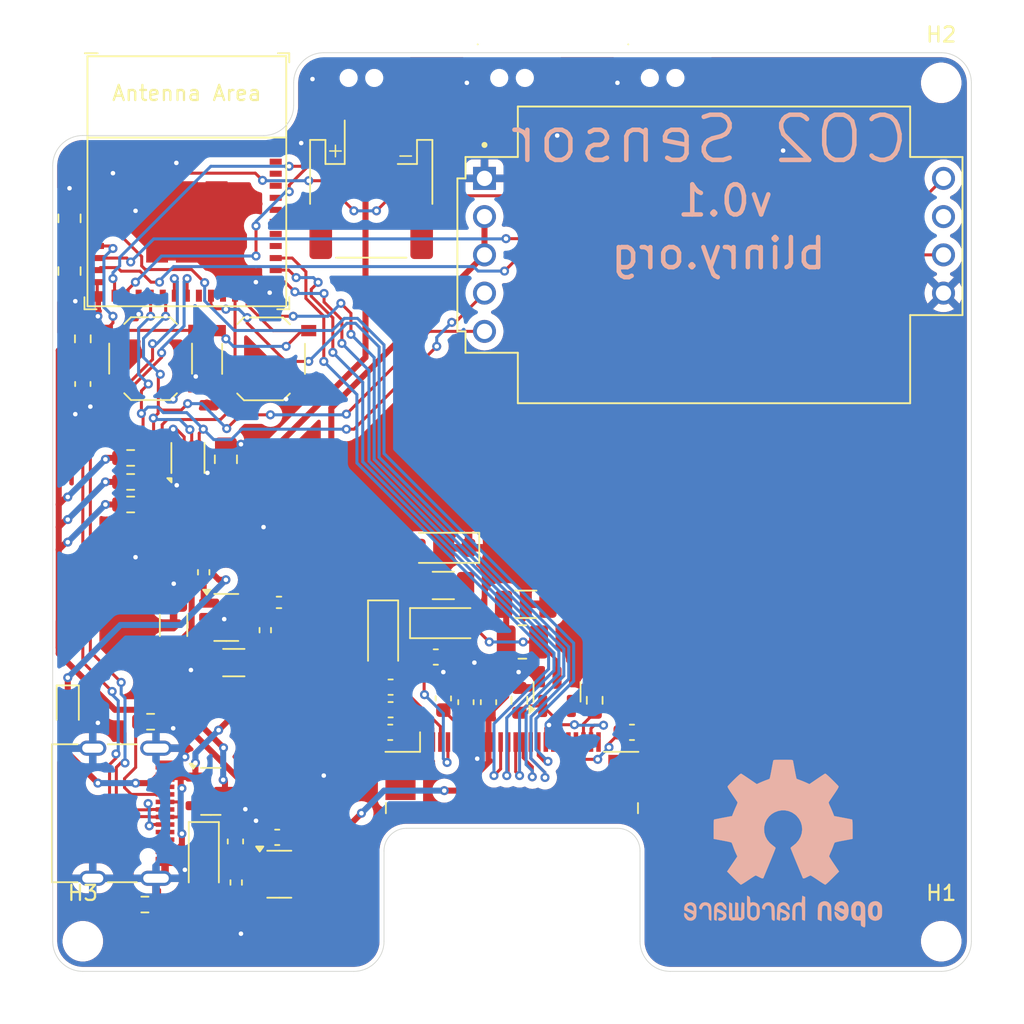
<source format=kicad_pcb>
(kicad_pcb (version 20240108) (generator "pcbnew") (generator_version "8.0")
  (layers (0 "F.Cu" signal) (31 "B.Cu" signal) (34 "B.Paste" user) (35 "F.Paste" user) (36 "B.SilkS" user "B.Silkscreen") (37 "F.SilkS" user "F.Silkscreen") (38 "B.Mask" user) (39 "F.Mask" user) (44 "Edge.Cuts" user))
  (net 0 "")
  (net 1 "GND")
  (net 2 "/VCOM")
  (net 3 "Net-(J1-Pin_22)")
  (net 4 "Net-(J1-Pin_20)")
  (net 5 "Net-(J1-Pin_18)")
  (net 6 "Net-(J1-Pin_5)")
  (net 7 "+3.3V")
  (net 8 "Net-(D2-A)")
  (net 9 "Net-(D1-A)")
  (net 10 "/PREVGH")
  (net 14 "/RESE")
  (net 15 "/GDR")
  (net 16 "/CO2_EN")
  (net 19 "/EINK_DC")
  (net 20 "/CO2_NRDY")
  (net 21 "/EINK_BUSY")
  (net 22 "/EINK_RES")
  (net 23 "/EINK_CS")
  (net 30 "/PREVGL")
  (net 36 "/I2C_SCL")
  (net 37 "/I2C_SDA")
  (net 38 "/D-")
  (net 39 "/D+")
  (net 40 "/EN")
  (net 41 "Net-(U2-EN)")
  (net 43 "/BOOT9")
  (net 44 "/EINK_MOSI")
  (net 45 "/EINK_SCLK")
  (net 46 "Net-(J2-CC1)")
  (net 47 "Net-(J2-CC2)")
  (net 50 "/BOOT8")
  (net 51 "/BTN1")
  (net 52 "/BTN2")
  (net 53 "/BTN3")
  (net 54 "Net-(D5-K)")
  (net 55 "Net-(U3-PROG)")
  (net 56 "Net-(U3-STAT)")
  (net 57 "+BATT")
  (net 58 "VBUS")
  (net 62 "Net-(D3-K)")
  (footprint "Button_Switch_SMD:SW_Push_1P1T_XKB_TS-1187A" (layer "F.Cu") (at 137.5 92.313501 180)
    (property "Reference" "SW1" (hide yes))
    (property "Value" "SW_Push")
  )
  (footprint "Capacitor_SMD:C_0805_2012Metric" (layer "F.Cu") (at 132.115782 86.5 90)
    (property "Reference" "C17" (hide yes))
    (property "Value" "100nF")
  )
  (footprint "Capacitor_SMD:C_0603_1608Metric" (layer "F.Cu") (at 159.938247 115.127687 -90)
    (property "Reference" "C6" (hide yes))
    (property "Value" "1uF/50V")
  )
  (footprint "Capacitor_SMD:C_0603_1608Metric" (layer "F.Cu") (at 153.413247 117.127687)
    (property "Reference" "C1" (hide yes))
    (property "Value" "1uF/50V")
  )
  (footprint "MountingHole:MountingHole_2.2mm_M2" (layer "F.Cu") (at 190 131)
    (property "Reference" "H1")
    (property "Value" "MountingHole")
  )
  (footprint "Capacitor_SMD:C_1206_3216Metric" (layer "F.Cu") (at 156.938247 107.377687 180)
    (property "Reference" "C9" (hide yes))
    (property "Value" "4.7uF/50V")
  )
  (footprint "Capacitor_SMD:C_0603_1608Metric" (layer "F.Cu") (at 169.463247 117.127687 180)
    (property "Reference" "C7" (hide yes))
    (property "Value" "1uF/50V")
  )
  (footprint "Resistor_SMD:R_0402_1005Metric" (layer "F.Cu") (at 141.025 106.5 90)
    (property "Reference" "R8" (hide yes))
    (property "Value" "2k")
  )
  (footprint "Diode_SMD:D_SOD-123" (layer "F.Cu") (at 141.033356 125.446246 -90)
    (property "Reference" "D3" (hide yes))
    (property "Value" "B5819W")
  )
  (footprint "Connector_JST:JST_PH_S2B-PH-SM4-TB_1x02-1MP_P2.00mm_Horizontal" (layer "F.Cu") (at 152.15 81.1)
    (property "Reference" "J3" (hide yes))
    (property "Value" "JST 2-PH")
  )
  (footprint "Resistor_SMD:R_0603_1608Metric" (layer "F.Cu") (at 136.175 102)
    (property "Reference" "R6" (hide yes))
    (property "Value" "10k")
  )
  (footprint "Resistor_SMD:R_0402_1005Metric" (layer "F.Cu") (at 143.183549 127.1 -90)
    (property "Reference" "R5" (hide yes))
    (property "Value" "100k")
  )
  (footprint "Resistor_SMD:R_0603_1608Metric" (layer "F.Cu") (at 136.175 98.905164 180)
    (property "Reference" "R15" (hide yes))
    (property "Value" "5.1k")
  )
  (footprint "Capacitor_SMD:C_0603_1608Metric" (layer "F.Cu") (at 153.438247 114.127687)
    (property "Reference" "C2" (hide yes))
    (property "Value" "1uF/50V")
  )
  (footprint "Capacitor_SMD:C_0805_2012Metric" (layer "F.Cu") (at 142.5 99 -90)
    (property "Reference" "C18" (hide yes))
    (property "Value" "100nF")
  )
  (footprint "Resistor_SMD:R_0603_1608Metric" (layer "F.Cu") (at 161.988247 115.002687 90)
    (property "Reference" "R1" (hide yes))
    (property "Value" "10k")
  )
  (footprint "PCM_Espressif:ESP32-C6-MINI-1" (layer "F.Cu") (at 139.907755 80.53551)
    (property "Reference" "U1" (hide yes))
    (property "Value" "ESP32-C6-MINI-1/U")
  )
  (footprint "Inductor_SMD:L_1008_2520Metric" (layer "F.Cu") (at 162.188247 111.127687)
    (property "Reference" "L1" (hide yes))
    (property "Value" "10uH 1A")
  )
  (footprint "Capacitor_SMD:C_0603_1608Metric" (layer "F.Cu") (at 143.133549 124.375 90)
    (property "Reference" "C11" (hide yes))
    (property "Value" "10uF")
  )
  (footprint "Diode_SMD:D_SOD-123" (layer "F.Cu") (at 157.088247 109.877687)
    (property "Reference" "D2" (hide yes))
    (property "Value" "B5819W")
  )
  (footprint "Capacitor_SMD:C_0603_1608Metric" (layer "F.Cu") (at 153.438247 115.627687)
    (property "Reference" "C5" (hide yes))
    (property "Value" "1uF/50V")
  )
  (footprint "Resistor_SMD:R_0603_1608Metric" (layer "F.Cu") (at 137.5 116.425149 180)
    (property "Reference" "R3" (hide yes))
    (property "Value" "5.1k")
  )
  (footprint "Diode_SMD:D_SOD-123" (layer "F.Cu") (at 152.938247 110.727687 -90)
    (property "Reference" "D6" (hide yes))
    (property "Value" "B5819W")
  )
  (footprint "Resistor_SMD:R_0603_1608Metric" (layer "F.Cu") (at 166.988247 115.002687 90)
    (property "Reference" "R2" (hide yes))
    (property "Value" "2.2Ω")
  )
  (footprint "LED_SMD:LED_0603_1608Metric" (layer "F.Cu") (at 132 115.5 -90)
    (property "Reference" "D5" (hide yes))
    (property "Value" "Vf=2.8V, If=1mA" (hide yes))
  )
  (footprint "Diode_SMD:D_SOD-123" (layer "F.Cu") (at 156.963247 104.877687 180)
    (property "Reference" "D1" (hide yes))
    (property "Value" "B5819W")
  )
  (footprint "footprints:SW-SMD_TS24CA" (layer "F.Cu") (at 151.5 74)
    (property "Reference" "SW3" (hide yes))
    (property "Value" "SW_Push")
  )
  (footprint "Package_TO_SOT_SMD:SOT-23" (layer "F.Cu") (at 164.488247 114.440187 90)
    (property "Reference" "Q2" (hide yes))
    (property "Value" "AO3400A")
  )
  (footprint "Resistor_SMD:R_0603_1608Metric" (layer "F.Cu") (at 137.123037 128.564365 180)
    (property "Reference" "R4" (hide yes))
    (property "Value" "5.1k")
  )
  (footprint "MountingHole:MountingHole_2.2mm_M2" (layer "F.Cu") (at 190 74)
    (property "Reference" "H2")
    (property "Value" "MountingHole")
  )
  (footprint "Capacitor_SMD:C_1206_3216Metric" (layer "F.Cu") (at 143.025 112.5 180)
    (property "Reference" "C14" (hide yes))
    (property "Value" "4.7uF")
  )
  (footprint "footprints:SW-SMD_TS24CA" (layer "F.Cu") (at 161.5 74)
    (property "Reference" "SW4" (hide yes))
    (property "Value" "SW_Push")
  )
  (footprint "MountingHole:MountingHole_2.2mm_M2" (layer "F.Cu") (at 133 131)
    (property "Reference" "H3")
    (property "Value" "MountingHole")
  )
  (footprint "footprints:Senseair_Sunrise" (layer "F.Cu") (at 174.911074 85.424163)
    (property "Reference" "A1" (hide yes))
    (property "Value" "Senseair Sunlight")
  )
  (footprint "Button_Switch_SMD:SW_Push_1P1T_XKB_TS-1187A" (layer "F.Cu") (at 145 92.328478 180)
    (property "Reference" "SW2" (hide yes))
    (property "Value" "SW_Push")
  )
  (footprint "Capacitor_SMD:C_0603_1608Metric" (layer "F.Cu") (at 156.938247 114.877687 -90)
    (property "Reference" "C3" (hide yes))
    (property "Value" "1uF/50V")
  )
  (footprint "Capacitor_SMD:C_0603_1608Metric" (layer "F.Cu") (at 145.908549 124.1 180)
    (property "Reference" "C12" (hide yes))
    (property "Value" "10uF")
  )
  (footprint "Package_DFN_QFN:DFN-8-1EP_2x2mm_P0.5mm_EP1.05x1.75mm" (layer "F.Cu") (at 139.979622 98.910765 90)
    (property "Reference" "U4" (hide yes))
    (property "Value" "MAX17048")
  )
  (footprint "Capacitor_SMD:C_1206_3216Metric" (layer "F.Cu") (at 162.413247 108.627687 180)
    (property "Reference" "C8" (hide yes))
    (property "Value" "4.7uF/50V")
  )
  (footprint "Resistor_SMD:R_0402_1005Metric" (layer "F.Cu") (at 146.025 108.5 180)
    (property "Reference" "R12" (hide yes))
    (property "Value" "2k")
  )
  (footprint "Capacitor_SMD:C_0603_1608Metric" (layer "F.Cu") (at 133 94 90)
    (property "Reference" "C13" (hide yes))
    (property "Value" "1uF")
  )
  (footprint "Package_TO_SOT_SMD:SOT-23-5" (layer "F.Cu") (at 142.525 109.5)
    (property "Reference" "U3" (hide yes))
    (property "Value" "MCP73831T-2ACI/OT" (hide yes))
  )
  (footprint "Capacitor_SMD:C_1206_3216Metric" (layer "F.Cu") (at 139.025 110.025 90)
    (property "Reference" "C15" (hide yes))
    (property "Value" "4.7uF")
  )
  (footprint "Package_TO_SOT_SMD:SOT-23" (layer "F.Cu") (at 141.5 121.05)
    (property "Reference" "Q1" (hide yes))
    (property "Value" "AO3401A")
  )
  (footprint "footprints:SW-SMD_TS24CA" (layer "F.Cu") (at 171.5 74)
    (property "Reference" "SW5" (hide yes))
    (property "Value" "SW_Push")
  )
  (footprint "Package_TO_SOT_SMD:SOT-23-5" (layer "F.Cu") (at 146.046049 126.55)
    (property "Reference" "U2" (hide yes))
    (property "Value" "AP2112K-3.3")
  )
  (footprint "Connector_USB:USB_C_Receptacle_G-Switch_GT-USB-7010ASV" (layer "F.Cu") (at 134.733549 122.5 -90)
    (property "Reference" "J2" (hide yes))
    (property "Value" "USB-C Receptacle")
  )
  (footprint "Resistor_SMD:R_0603_1608Metric" (layer "F.Cu") (at 136.175 100.5 180)
    (property "Reference" "R16" (hide yes))
    (property "Value" "5.1k")
  )
  (footprint "Capacitor_SMD:C_0805_2012Metric" (layer "F.Cu") (at 132.115782 83 -90)
    (property "Reference" "C16" (hide yes))
    (property "Value" "22uF")
  )
  (footprint "Connector_FFC-FPC:Jushuo_AFC07-S24FCA-00_1x24-1MP_P0.50_Horizontal" (layer "F.Cu") (at 161.493247 119.372687)
    (property "Reference" "J1" (hide yes))
    (property "Value" "24-pin FPC Connector")
  )
  (footprint "Capacitor_SMD:C_0603_1608Metric" (layer "F.Cu") (at 158.438247 115.127687 -90)
    (property "Reference" "C4" (hide yes))
    (property "Value" "1uF/50V")
  )
  (footprint "Resistor_SMD:R_0402_1005Metric" (layer "F.Cu") (at 145.114521 110.343563 -90)
    (property "Reference" "R14" (hide yes))
    (property "Value" "100k")
  )
  (footprint "Capacitor_SMD:C_0603_1608Metric" (layer "F.Cu") (at 156.438247 112.127687 180)
    (property "Reference" "C10" (hide yes))
    (property "Value" "1uF/50V")
  )
  (footprint "Resistor_SMD:R_0603_1608Metric" (layer "F.Cu") (at 133 91 -90)
    (property "Reference" "R7" (hide yes))
    (property "Value" "10k")
  )
  (footprint "Symbol:OSHW-Logo2_14.6x12mm_SilkScreen" (layer "B.Cu") (at 179.5 124.5 180)
    (property "Reference" "REF**" (hide yes))
    (property "Value" "OSHW-Logo2_14.6x12mm_SilkScreen" (hide yes))
  )
  (gr_line (start 131 131) (end 131 79.5) (stroke (width 0.05)) (layer "Edge.Cuts"))
  (gr_line (start 147.000001 74.000001) (end 147 75.499999) (stroke (width 0.05)) (layer "Edge.Cuts"))
  (gr_arc (start 147 75.499999) (mid 146.414214 76.914213) (end 145 77.499999) (stroke (width 0.05)) (layer "Edge.Cuts"))
  (gr_line (start 149.000001 72.000001) (end 190 72) (stroke (width 0.05)) (layer "Edge.Cuts"))
  (gr_line (start 190 133) (end 172 133) (stroke (width 0.05)) (layer "Edge.Cuts"))
  (gr_arc (start 168.5 123.5) (mid 169.56066 123.93934) (end 170 125) (stroke (width 0.05)) (layer "Edge.Cuts"))
  (gr_arc (start 172 133) (mid 170.585786 132.414214) (end 170 131) (stroke (width 0.05)) (layer "Edge.Cuts"))
  (gr_line (start 192 74) (end 192 131) (stroke (width 0.05)) (layer "Edge.Cuts"))
  (gr_arc (start 133 133) (mid 131.585786 132.414214) (end 131 131) (stroke (width 0.05)) (layer "Edge.Cuts"))
  (gr_arc (start 131 79.5) (mid 131.585786 78.085786) (end 133 77.5) (stroke (width 0.05)) (layer "Edge.Cuts"))
  (gr_arc (start 192 131) (mid 191.414214 132.414214) (end 190 133) (stroke (width 0.05)) (layer "Edge.Cuts"))
  (gr_line (start 145 77.499999) (end 133 77.5) (stroke (width 0.05)) (layer "Edge.Cuts"))
  (gr_arc (start 190 72) (mid 191.414214 72.585786) (end 192 74) (stroke (width 0.05)) (layer "Edge.Cuts"))
  (gr_arc (start 153 131) (mid 152.414214 132.414214) (end 151 133) (stroke (width 0.05)) (layer "Edge.Cuts"))
  (gr_line (start 153 125) (end 153 131) (stroke (width 0.05)) (layer "Edge.Cuts"))
  (gr_arc (start 147.000001 74.000001) (mid 147.585787 72.585787) (end 149.000001 72.000001) (stroke (width 0.05)) (layer "Edge.Cuts"))
  (gr_line (start 154.5 123.5) (end 168.5 123.5) (stroke (width 0.05)) (layer "Edge.Cuts"))
  (gr_arc (start 153 125) (mid 153.43934 123.93934) (end 154.5 123.5) (stroke (width 0.05)) (layer "Edge.Cuts"))
  (gr_line (start 170 131) (end 170 125) (stroke (width 0.05)) (layer "Edge.Cuts"))
  (gr_line (start 151 133) (end 133 133) (stroke (width 0.05)) (layer "Edge.Cuts"))
  (gr_text "blinry.org" (at 182.5 86.5 0) (layer "B.SilkS") (effects (font (size 2 2) (thickness 0.3)) (justify left bottom mirror)))
  (gr_text "CO2 Sensor" (at 188 79.5 0) (layer "B.SilkS") (effects (font (size 3 3) (thickness 0.3)) (justify left bottom mirror)))
  (gr_text "v0.1" (at 179 83 0) (layer "B.SilkS") (effects (font (size 2 2) (thickness 0.3)) (justify left bottom mirror)))
  (gr_text "+" (at 149.089393 79.035275 0) (layer "F.SilkS") (effects (font (size 1 1) (thickness 0.1)) (justify left bottom)))
  (gr_text "-" (at 153.753944 79.369412 0) (layer "F.SilkS") (effects (font (size 1 1) (thickness 0.1)) (justify left bottom)))
  (segment (start 136.707755 89.361495) (end 136.707178 89.362072) (width 0.2) (layer "F.Cu") (net 1))
  (segment (start 145.857755 88.18551) (end 145.657755 88.18551) (width 0.2) (layer "F.Cu") (net 1))
  (segment (start 134.96449 80.03551) (end 135 80) (width 0.2) (layer "F.Cu") (net 1))
  (segment (start 132.115782 82.05) (end 132.115782 81) (width 0.2) (layer "F.Cu") (net 1))
  (segment (start 142.5 98.05) (end 143.45 98.05) (width 0.2) (layer "F.Cu") (net 1))
  (segment (start 145.857755 78.28551) (end 133.957755 78.28551) (width 0.2) (layer "F.Cu") (net 1))
  (segment (start 145.857755 78.28551) (end 147.214486 78.28551) (width 0.2) (layer "F.Cu") (net 1))
  (segment (start 163.743247 116.853497) (end 163.954387 116.642357) (width 0.2) (layer "F.Cu") (net 1))
  (segment (start 132.182189 95.682189) (end 132.5 96) (width 0.2) (layer "F.Cu") (net 1))
  (segment (start 139.107755 78.33551) (end 139.107755 79.214305) (width 0.2) (layer "F.Cu") (net 1))
  (segment (start 137.932755 81.26051) (end 137.73949 81.26051) (width 0.2) (layer "F.Cu") (net 1))
  (segment (start 133.957755 88.18551) (end 133.957755 87.28551) (width 0.2) (layer "F.Cu") (net 1))
  (segment (start 143.45 98.05) (end 143.5 98) (width 0.2) (layer "F.Cu") (net 1))
  (segment (start 136.707755 88.13551) (end 136.707755 89.361495) (width 0.2) (layer "F.Cu") (net 1))
  (segment (start 161.988247 114.177687) (end 161.988247 113.177687) (width 0.2) (layer "F.Cu") (net 1))
  (segment (start 141.882755 85.21051) (end 141.882755 81.26051) (width 0.2) (layer "F.Cu") (net 1))
  (segment (start 140.669654 112.5) (end 140.178428 112.991226) (width 0.2) (layer "F.Cu") (net 1))
  (segment (start 133.957755 78.28551) (end 133.957755 79.98551) (width 0.2) (layer "F.Cu") (net 1))
  (segment (start 139.811499 94.188501) (end 139 95) (width 0.2) (layer "F.Cu") (net 1))
  (segment (start 144.4913 87.235779) (end 142.466031 85.21051) (width 0.2) (layer "F.Cu") (net 1))
  (segment (start 145.657755 88.18551) (end 145.407757 87.935512) (width 0.2) (layer "F.Cu") (net 1))
  (segment (start 142.466031 85.21051) (end 141.882755 85.21051) (width 0.2) (layer "F.Cu") (net 1))
  (segment (start 159.188247 118.877687) (end 159.243247 118.822687) (width 0.2) (layer "F.Cu") (net 1))
  (segment (start 139.907755 81.26051) (end 139.907755 85.21051) (width 0.2) (layer "F.Cu") (net 1))
  (segment (start 168.5 73.900127) (end 168.5 74) (width 0.2) (layer "F.Cu") (net 1))
  (segment (start 139.025 108.55) (end 139.025 107.272031) (width 0.2) (layer "F.Cu") (net 1))
  (segment (start 137.932755 85.21051) (end 141.882755 85.21051) (width 0.2) (layer "F.Cu") (net 1))
  (segment (start 147.296522 94.203478) (end 146.5 95) (width 0.2) (layer "F.Cu") (net 1))
  (segment (start 145.133549 123.633549) (end 144.5 123) (width 0.2) (layer "F.Cu") (net 1))
  (segment (start 133 94.775) (end 132.182189 95.592811) (width 0.2) (layer "F.Cu") (net 1))
  (segment (start 148.974981 73.025019) (end 149.375108 73.025019) (width 0.2) (layer "F.Cu") (net 1))
  (segment (start 139.729622 97.510765) (end 139.218857 97) (width 0.2) (layer "F.Cu") (net 1))
  (segment (start 133.957755 87.28551) (end 134.007755 87.23551) (width 0.2) (layer "F.Cu") (net 1))
  (segment (start 137.73949 81.26051) (end 136.5 82.5) (width 0.2) (layer "F.Cu") (net 1))
  (segment (start 133.957755 79.98551) (end 134.007755 80.03551) (width 0.2) (layer "F.Cu") (net 1))
  (segment (start 169.375108 73.025019) (end 168.5 73.900127) (width 0.2) (layer "F.Cu") (net 1))
  (segment (start 134.007755 80.03551) (end 134.96449 80.03551) (width 0.2) (layer "F.Cu") (net 1))
  (segment (start 132.115782 87.45) (end 132.115782 88.115778) (width 0.2) (layer "F.Cu") (net 1))
  (segment (start 138.458549 119.3) (end 139.234802 119.3) (width 0.2) (layer "F.Cu") (net 1))
  (segment (start 141.882755 81.26051) (end 137.932755 81.26051) (width 0.2) (layer "F.Cu") (net 1))
  (segment (start 138.325 116.425149) (end 138.56493 116.425149) (width 0.2) (layer "F.Cu") (net 1))
  (segment (start 141.55 112.5) (end 140.669654 112.5) (width 0.2) (layer "F.Cu") (net 1))
  (segment (start 146.206875 126.55) (end 146.21311 126.543765) (width 0.2) (layer "F.Cu") (net 1))
  (segment (start 139.107755 79.214305) (end 139.210898 79.317448) (width 0.2) (layer "F.Cu") (net 1))
  (segment (start 139.729622 98.010765) (end 139.729622 97.510765) (width 0.2) (layer "F.Cu") (net 1))
  (segment (start 159.385032 73.114968) (end 158.5 74) (width 0.2) (layer "F.Cu") (net 1))
  (segment (start 139.229622 100.715772) (end 139.236199 100.722349) (width 0.2) (layer "F.Cu") (net 1))
  (segment (start 156.938247 114.102687) (end 156.938247 113.127687) (width 0.2) (layer "F.Cu") (net 1))
  (segment (start 142 94.203478) (end 141.203478 94.203478) (width 0.2) (layer "F.Cu") (net 1))
  (segment (start 161.988247 113.177687) (end 161.938247 113.127687) (width 0.2) (layer "F.Cu") (net 1))
  (segment (start 139.229622 99.810765) (end 139.229622 100.715772) (width 0.2) (layer "F.Cu") (net 1))
  (segment (start 141.3875 109.5) (end 142.277072 109.5) (width 0.2) (layer "F.Cu") (net 1))
  (segment (start 148.25 73.75) (end 148.974981 73.025019) (width 0.2) (layer "F.Cu") (net 1))
  (segment (start 148 94.203478) (end 147.296522 94.203478) (width 0.2) (layer "F.Cu") (net 1))
  (segment (start 137.932755 83.23551) (end 141.882755 83.23551) (width 0.2) (layer "F.Cu") (net 1))
  (segment (start 141.203478 94.203478) (end 140.5 93.5) (width 0.2) (layer "F.Cu") (net 1))
  (segment (start 140.729622 99.810765) (end 141.185885 99.810765) (width 0.2) (layer "F.Cu") (net 1))
  (segment (start 138.458549 125.7) (end 139.219194 125.7) (width 0.2) (layer "F.Cu") (net 1))
  (segment (start 163.743247 117.772687) (end 163.743247 116.853497) (width 0.2) (layer "F.Cu") (net 1))
  (segment (start 139.025 107.272031) (end 139.03718 107.259851) (width 0.2) (layer "F.Cu") (net 1))
  (segment (start 138.56493 116.425149) (end 139 116.860219) (width 0.2) (layer "F.Cu") (net 1))
  (segment (start 137.932755 81.26051) (end 137.932755 85.21051) (width 0.2) (layer "F.Cu") (net 1))
  (segment (start 142.277072 109.5) (end 142.388536 109.611464) (width 0.2) (layer "F.Cu") (net 1))
  (segment (start 132.182189 95.592811) (end 132.182189 95.682189) (width 0.2) (layer "F.Cu") (net 1))
  (segment (start 134.5 94.188501) (end 134.5 94.500002) (width 0.2) (layer "F.Cu") (net 1))
  (segment (start 132.115782 88.115778) (end 132.500004 88.5) (width 0.2) (layer "F.Cu") (net 1))
  (segment (start 133.957755 88.18551) (end 133.957755 89.457755) (width 0.2) (layer "F.Cu") (net 1))
  (segment (start 139.218857 97) (end 139 97) (width 0.2) (layer "F.Cu") (net 1))
  (segment (start 145.133549 124.1) (end 145.133549 123.633549) (width 0.2) (layer "F.Cu") (net 1))
  (segment (start 159.243247 118.822687) (end 159.243247 117.772687) (width 0.2) (layer "F.Cu") (net 1))
  (segment (start 139.219194 125.7) (end 139.776998 126.257804) (width 0.2) (layer "F.Cu") (net 1))
  (segment (start 139.234802 119.3) (end 139.776998 118.757804) (width 0.2) (layer "F.Cu") (net 1))
  (segment (start 141.185885 99.810765) (end 141.275 99.89988) (width 0.2) (layer "F.Cu") (net 1))
  (segment (start 133.957755 89.457755) (end 134 89.5) (width 0.2) (layer "F.Cu") (net 1))
  (segment (start 147.214486 78.28551) (end 147.499996 78) (width 0.2) (layer "F.Cu") (net 1))
  (segment (start 140.5 94.188501) (end 139.811499 94.188501) (width 0.2) (layer "F.Cu") (net 1))
  (segment (start 134.5 94.500002) (end 133.5 95.500002) (width 0.2) (layer "F.Cu") (net 1))
  (via (at 158.5 74) (size 0.6) (drill 0.3) (layers "F.Cu" "B.Cu") (net 1))
  (via (at 139.776998 126.257804) (size 0.6) (drill 0.3) (layers "F.Cu" "B.Cu") (net 1))
  (via (at 145 103.5) (size 0.6) (drill 0.3) (layers "F.Cu" "B.Cu") (net 1))
  (via (at 139 97) (size 0.6) (drill 0.3) (layers "F.Cu" "B.Cu") (net 1))
  (via (at 156.938247 113.127687) (size 0.6) (drill 0.3) (layers "F.Cu" "B.Cu") (net 1))
  (via (at 168.5 74) (size 0.6) (drill 0.3) (layers "F.Cu" "B.Cu") (net 1))
  (via (at 143.5 130.5) (size 0.6) (drill 0.3) (layers "F.Cu" "B.Cu") (net 1))
  (via (at 135 80) (size 0.6) (drill 0.3) (layers "F.Cu" "B.Cu") (net 1))
  (via (at 133.5 95.500002) (size 0.6) (drill 0.3) (layers "F.Cu" "B.Cu") (net 1))
  (via (at 143.5 98) (size 0.6) (drill 0.3) (layers "F.Cu" "B.Cu") (net 1))
  (via (at 140.5 93.5) (size 0.6) (drill 0.3) (layers "F.Cu" "B.Cu") (net 1))
  (via (at 140.178428 112.991226) (size 0.6) (drill 0.3) (layers "F.Cu" "B.Cu") (net 1))
  (via (at 147.499996 78) (size 0.6) (drill 0.3) (layers "F.Cu" "B.Cu") (net 1))
  (via (at 134 89.5) (size 0.6) (drill 0.3) (layers "F.Cu" "B.Cu") (net 1))
  (via (at 132.500004 88.5) (size 0.6) (drill 0.3) (layers "F.Cu" "B.Cu") (net 1))
  (via (at 141.275 99.89988) (size 0.6) (drill 0.3) (layers "F.Cu" "B.Cu") (net 1))
  (via (at 148.25 73.75) (size 0.6) (drill 0.3) (layers "F.Cu" "B.Cu") (net 1))
  (via (at 132.115782 81) (size 0.6) (drill 0.3) (layers "F.Cu" "B.Cu") (net 1))
  (via (at 143.791123 122.232126) (size 0.6) (drill 0.3) (layers "F.Cu" "B.Cu") (net 1))
  (via (at 139 116.860219) (size 0.6) (drill 0.3) (layers "F.Cu" "B.Cu") (net 1))
  (via (at 134 116.5) (size 0.6) (drill 0.3) (layers "F.Cu" "B.Cu") (net 1))
  (via (at 163.954387 116.642357) (size 0.6) (drill 0.3) (layers "F.Cu" "B.Cu") (net 1))
  (via (at 136.5 82.5) (size 0.6) (drill 0.3) (layers "F.Cu" "B.Cu") (net 1))
  (via (at 164.5 77.5) (size 0.6) (drill 0.3) (layers "F.Cu" "B.Cu") (net 1))
  (via (at 139.236199 100.722349) (size 0.6) (drill 0.3) (layers "F.Cu" "B.Cu") (net 1))
  (via (at 161.938247 113.127687) (size 0.6) (drill 0.3) (layers "F.Cu" "B.Cu") (net 1))
  (via (at 179.5 78.5) (size 0.6) (drill 0.3) (layers "F.Cu" "B.Cu") (net 1))
  (via (at 149 120) (size 0.6) (drill 0.3) (layers "F.Cu" "B.Cu") (net 1))
  (via (at 159.188247 118.877687) (size 0.6) (drill 0.3) (layers "F.Cu" "B.Cu") (net 1))
  (via (at 139.776998 118.757804) (size 0.6) (drill 0.3) (layers "F.Cu" "B.Cu") (net 1))
  (via (at 159 112.5) (size 0.6) (drill 0.3) (layers "F.Cu" "B.Cu") (net 1))
  (via (at 144.5 123) (size 0.6) (drill 0.3) (layers "F.Cu" "B.Cu") (net 1))
  (via (at 136.5 105.5) (size 0.6) (drill 0.3) (layers "F.Cu" "B.Cu") (net 1))
  (via (at 139.210898 79.317448) (size 0.6) (drill 0.3) (layers "F.Cu" "B.Cu") (net 1))
  (via (at 139 95) (size 0.6) (drill 0.3) (layers "F.Cu" "B.Cu") (net 1))
  (via (at 132.5 96) (size 0.6) (drill 0.3) (layers "F.Cu" "B.Cu") (net 1))
  (via (at 145.407757 87.935512) (size 0.6) (drill 0.3) (layers "F.Cu" "B.Cu") (net 1))
  (via (at 144.4913 87.235779) (size 0.6) (drill 0.3) (layers "F.Cu" "B.Cu") (net 1))
  (via (at 142.388536 109.611464) (size 0.6) (drill 0.3) (layers "F.Cu" "B.Cu") (net 1))
  (via (at 139.03718 107.259851) (size 0.6) (drill 0.3) (layers "F.Cu" "B.Cu") (net 1))
  (via (at 146.5 95) (size 0.6) (drill 0.3) (layers "F.Cu" "B.Cu") (net 1))
  (via (at 136.707178 89.362072) (size 0.6) (drill 0.3) (layers "F.Cu" "B.Cu") (net 1))
  (segment (start 145.191033 87.935512) (end 144.4913 87.235779) (width 0.2) (layer "B.Cu") (net 1))
  (segment (start 145.407757 87.935512) (end 145.191033 87.935512) (width 0.2) (layer "B.Cu") (net 1))
  (segment (start 155.688247 117.127687) (end 155.743247 117.182687) (width 0.2) (layer "F.Cu") (net 2))
  (segment (start 155.743247 117.772687) (end 155.743247 117.182687) (width 0.2) (layer "F.Cu") (net 2))
  (segment (start 155.688247 117.127687) (end 154.188247 117.127687) (width 0.2) (layer "F.Cu") (net 2))
  (segment (start 156.743247 117.772687) (end 156.743247 116.743247) (width 0.2) (layer "F.Cu") (net 3))
  (segment (start 154.213247 114.213247) (end 154.213247 114.127687) (width 0.2) (layer "F.Cu") (net 3))
  (segment (start 156.743247 116.743247) (end 154.213247 114.213247) (width 0.2) (layer "F.Cu") (net 3))
  (segment (start 157.743247 117.772687) (end 157.743247 116.457687) (width 0.2) (layer "F.Cu") (net 4))
  (segment (start 157.743247 116.457687) (end 156.938247 115.652687) (width 0.2) (layer "F.Cu") (net 4))
  (segment (start 158.743247 117.772687) (end 158.743247 116.207687) (width 0.2) (layer "F.Cu") (net 5))
  (segment (start 158.743247 116.207687) (end 158.438247 115.902687) (width 0.2) (layer "F.Cu") (net 5))
  (segment (start 167.938247 118.122685) (end 167.938247 117.877687) (width 0.2) (layer "F.Cu") (net 6))
  (segment (start 167.938247 117.877687) (end 168.688247 117.127687) (width 0.2) (layer "F.Cu") (net 6))
  (segment (start 165.243247 118.672687) (end 165.493249 118.922689) (width 0.2) (layer "F.Cu") (net 6))
  (segment (start 165.493249 118.922689) (end 167.188247 118.922689) (width 0.2) (layer "F.Cu") (net 6))
  (segment (start 165.243247 117.772687) (end 165.243247 118.672687) (width 0.2) (layer "F.Cu") (net 6))
  (via (at 167.188247 118.922689) (size 0.6) (drill 0.3) (layers "F.Cu" "B.Cu") (net 6))
  (via (at 167.938247 118.122685) (size 0.6) (drill 0.3) (layers "F.Cu" "B.Cu") (net 6))
  (segment (start 167.188247 118.922689) (end 167.188247 118.872685) (width 0.2) (layer "B.Cu") (net 6))
  (segment (start 167.188247 118.872685) (end 167.938247 118.122685) (width 0.2) (layer "B.Cu") (net 6))
  (segment (start 144.501071 121.442522) (end 144.501071 121.36129) (width 0.4) (layer "F.Cu") (net 7))
  (segment (start 135.35 98.905164) (end 134.594836 98.905164) (width 0.4) (layer "F.Cu") (net 7))
  (segment (start 161.113247 114.727687) (end 161.113247 111.127687) (width 0.4) (layer "F.Cu") (net 7))
  (segment (start 135.35 100.5) (end 134.5 100.5) (width 0.4) (layer "F.Cu") (net 7))
  (segment (start 159.743247 116.097687) (end 159.938247 115.902687) (width 0.4) (layer "F.Cu") (net 7))
  (segment (start 131.4 111.9) (end 131.4 109.762791) (width 0.4) (layer "F.Cu") (net 7))
  (segment (start 157 121) (end 158.055884 121) (width 0.4) (layer "F.Cu") (net 7))
  (segment (start 146.683549 123.625) (end 144.501071 121.442522) (width 0.4) (layer "F.Cu") (net 7))
  (segment (start 132.115782 85.55) (end 132.115782 83.95) (width 0.4) (layer "F.Cu") (net 7))
  (segment (start 131.401286 91.773714) (end 131.401286 102) (width 0.4) (layer "F.Cu") (net 7))
  (segment (start 149.5 114.360219) (end 144.5 119.360219) (width 0.4) (layer "F.Cu") (net 7))
  (segment (start 144.5 119.860219) (end 144.501071 119.86129) (width 0.4) (layer "F.Cu") (net 7))
  (segment (start 147.183549 124.6) (end 146.683549 124.1) (width 0.4) (layer "F.Cu") (net 7))
  (segment (start 144.501071 121.36129) (end 138.770402 115.630621) (width 0.4) (layer "F.Cu") (net 7))
  (segment (start 149.5 95.595237) (end 149.5 114.360219) (width 0.4) (layer "F.Cu") (net 7))
  (segment (start 159.671074 82.884163) (end 159.671074 85.424163) (width 0.4) (layer "F.Cu") (net 7))
  (segment (start 146.683549 124.1) (end 146.683549 123.625) (width 0.4) (layer "F.Cu") (net 7))
  (segment (start 134.007755 80.83551) (end 133.407755 80.83551) (width 0.4) (layer "F.Cu") (net 7))
  (segment (start 134.594836 98.905164) (end 134.5 99) (width 0.4) (layer "F.Cu") (net 7))
  (segment (start 144.5 119.360219) (end 144.5 119.860219) (width 0.4) (layer "F.Cu") (net 7))
  (segment (start 160 119) (end 159.938247 118.938247) (width 0.4) (layer "F.Cu") (net 7))
  (segment (start 133 90.175) (end 131.401286 91.773714) (width 0.4) (layer "F.Cu") (net 7))
  (segment (start 131.401286 103.5) (end 131.401286 102) (width 0.4) (layer "F.Cu") (net 7))
  (segment (start 160.243247 116.207687) (end 159.938247 115.902687) (width 0.4) (layer "F.Cu") (net 7))
  (segment (start 131.901286 101.5) (end 131.401286 102) (width 0.4) (layer "F.Cu") (net 7))
  (segment (start 133.140782 90.034218) (end 133 90.175) (width 0.4) (layer "F.Cu") (net 7))
  (segment (start 131.4 111.5) (end 131.401286 111.498714) (width 0.4) (layer "F.Cu") (net 7))
  (segment (start 147.183549 125.6) (end 147.183549 124.6) (width 0.4) (layer "F.Cu") (net 7))
  (segment (start 158.055884 121) (end 160 119.055884) (width 0.4) (layer "F.Cu") (net 7))
  (segment (start 159.938247 115.902687) (end 161.113247 114.727687) (width 0.4) (layer "F.Cu") (net 7))
  (segment (start 131.401286 111.498714) (end 131.401286 105) (width 0.4) (layer "F.Cu") (net 7))
  (segment (start 131.901286 103) (end 131.401286 103.5) (width 0.4) (layer "F.Cu") (net 7))
  (segment (start 131.901286 104.5) (end 131.401286 105) (width 0.4) (layer "F.Cu") (net 7))
  (segment (start 132.115782 85.55) (end 133.140782 86.575) (width 0.4) (layer "F.Cu") (net 7))
  (segment (start 159.671074 85.424163) (end 149.5 95.595237) (width 0.4) (layer "F.Cu") (net 7))
  (segment (start 160 119.055884) (end 160 119) (width 0.4) (layer "F.Cu") (net 7))
  (segment (start 161.113247 108.802687) (end 160.938247 108.627687) (width 0.4) (layer "F.Cu") (net 7))
  (segment (start 133.140782 81.102483) (end 133.140782 82.925) (width 0.4) (layer "F.Cu") (net 7))
  (segment (start 133.407755 80.83551) (end 133.140782 81.102483) (width 0.4) (layer "F.Cu") (net 7))
  (segment (start 132 104.5) (end 131.901286 104.5) (width 0.4) (layer "F.Cu") (net 7))
  (segment (start 138.770402 115.630621) (end 135.130621 115.630621) (width 0.4) (layer "F.Cu") (net 7))
  (segment (start 135.35 102) (end 134.5 102) (width 0.4) (layer "F.Cu") (net 7))
  (segment (start 159.938247 118.938247) (end 159.938247 115.902687) (width 0.4) (layer "F.Cu") (net 7))
  (segment (start 146.683549 124.1) (end 149.9 124.1) (width 0.4) (layer "F.Cu") (net 7))
  (segment (start 144.501071 119.86129) (end 144.501071 121.442522) (width 0.4) (layer "F.Cu") (net 7))
  (segment (start 132 101.5) (end 131.901286 101.5) (width 0.4) (layer "F.Cu") (net 7))
  (segment (start 149.9 124.1) (end 151.5 122.5) (width 0.4) (layer "F.Cu") (net 7))
  (segment (start 135.130621 115.630621) (end 131.4 111.9) (width 0.4) (layer "F.Cu") (net 7))
  (segment (start 132 103) (end 131.901286 103) (width 0.4) (layer "F.Cu") (net 7))
  (segment (start 161.113247 111.127687) (end 161.113247 108.802687) (width 0.4) (layer "F.Cu") (net 7))
  (segment (start 133.140782 82.925) (end 132.115782 83.95) (width 0.4) (layer "F.Cu") (net 7))
  (segment (start 131.401286 105) (end 131.401286 103.5) (width 0.4) (layer "F.Cu") (net 7))
  (segment (start 133.140782 86.575) (end 133.140782 90.034218) (width 0.4) (layer "F.Cu") (net 7))
  (via (at 132 104.5) (size 0.6) (drill 0.3) (layers "F.Cu" "B.Cu") (net 7))
  (via (at 157 121) (size 0.6) (drill 0.3) (layers "F.Cu" "B.Cu") (net 7))
  (via (at 132 101.5) (size 0.6) (drill 0.3) (layers "F.Cu" "B.Cu") (net 7))
  (via (at 134.5 102) (size 0.6) (drill 0.3) (layers "F.Cu" "B.Cu") (net 7))
  (via (at 132 103) (size 0.6) (drill 0.3) (layers "F.Cu" "B.Cu") (net 7))
  (via (at 134.5 100.5) (size 0.6) (drill 0.3) (layers "F.Cu" "B.Cu") (net 7))
  (via (at 134.5 99) (size 0.6) (drill 0.3) (layers "F.Cu" "B.Cu") (net 7))
  (via (at 151.5 122.5) (size 0.6) (drill 0.3) (layers "F.Cu" "B.Cu") (net 7))
  (segment (start 134.5 100.5) (end 132 103) (width 0.4) (layer "B.Cu") (net 7))
  (segment (start 153 121) (end 157 121) (width 0.4) (layer "B.Cu") (net 7))
  (segment (start 134.5 102) (end 132 104.5) (width 0.4) (layer "B.Cu") (net 7))
  (segment (start 151.5 122.5) (end 153 121) (width 0.4) (layer "B.Cu") (net 7))
  (segment (start 134.5 99) (end 132 101.5) (width 0.4) (layer "B.Cu") (net 7))
  (segment (start 159.988247 111.127687) (end 158.738247 109.877687) (width 0.2) (layer "F.Cu") (net 8))
  (segment (start 158.413247 109.552687) (end 158.738247 109.877687) (width 0.2) (layer "F.Cu") (net 8))
  (segment (start 163.263247 111.127687) (end 162.238247 111.127687) (width 0.2) (layer "F.Cu") (net 8))
  (segment (start 164.488247 113.502687) (end 164.488247 112.352687) (width 0.2) (layer "F.Cu") (net 8))
  (segment (start 164.488247 112.352687) (end 163.263247 111.127687) (width 0.2) (layer "F.Cu") (net 8))
  (segment (start 158.413247 107.377687) (end 158.413247 109.552687) (width 0.2) (layer "F.Cu") (net 8))
  (via (at 162.238247 111.127687) (size 0.6) (drill 0.3) (layers "F.Cu" "B.Cu") (net 8))
  (via (at 159.988247 111.127687) (size 0.6) (drill 0.3) (layers "F.Cu" "B.Cu") (net 8))
  (segment (start 162.238247 111.127687) (end 159.988247 111.127687) (width 0.2) (layer "B.Cu") (net 8))
  (segment (start 155.463247 105.027687) (end 155.313247 104.877687) (width 0.2) (layer "F.Cu") (net 9))
  (segment (start 155.463247 107.377687) (end 155.463247 105.027687) (width 0.2) (layer "F.Cu") (net 9))
  (segment (start 155.463247 107.377687) (end 153.763247 109.077687) (width 0.2) (layer "F.Cu") (net 9))
  (segment (start 153.763247 109.077687) (end 152.938247 109.077687) (width 0.2) (layer "F.Cu") (net 9))
  (segment (start 157.243247 119.072687) (end 157.188247 119.127687) (width 0.2) (layer "F.Cu") (net 10))
  (segment (start 157.243247 117.772687) (end 157.243247 119.072687) (width 0.2) (layer "F.Cu") (net 10))
  (segment (start 155.663247 114.602687) (end 155.688247 114.627687) (width 0.2) (layer "F.Cu") (net 10))
  (segment (start 155.663247 112.127687) (end 155.663247 114.602687) (width 0.2) (layer "F.Cu") (net 10))
  (segment (start 155.438247 109.877687) (end 155.438247 111.902687) (width 0.2) (layer "F.Cu") (net 10))
  (segment (start 155.438247 111.902687) (end 155.663247 112.127687) (width 0.2) (layer "F.Cu") (net 10))
  (via (at 155.688247 114.627687) (size 0.6) (drill 0.3) (layers "F.Cu" "B.Cu") (net 10))
  (via (at 157.188247 119.127687) (size 0.6) (drill 0.3) (layers "F.Cu" "B.Cu") (net 10))
  (segment (start 156.938247 118.877687) (end 156.938247 115.877687) (width 0.2) (layer "B.Cu") (net 10))
  (segment (start 156.938247 115.877687) (end 155.688247 114.627687) (width 0.2) (layer "B.Cu") (net 10))
  (segment (start 157.188247 119.127687) (end 156.938247 118.877687) (width 0.2) (layer "B.Cu") (net 10))
  (segment (start 166.243247 117.772687) (end 166.243247 116.572687) (width 0.2) (layer "F.Cu") (net 14))
  (segment (start 166.243247 116.572687) (end 166.988247 115.827687) (width 0.2) (layer "F.Cu") (net 14))
  (segment (start 166.538247 115.377687) (end 166.988247 115.827687) (width 0.2) (layer "F.Cu") (net 14))
  (segment (start 165.438247 115.377687) (end 166.538247 115.377687) (width 0.2) (layer "F.Cu") (net 14))
  (segment (start 166.743247 116.872687) (end 166.95853 116.657404) (width 0.2) (layer "F.Cu") (net 15))
  (segment (start 166.743247 117.772687) (end 166.743247 116.872687) (width 0.2) (layer "F.Cu") (net 15))
  (segment (start 165.643247 116.622685) (end 164.783245 116.622685) (width 0.2) (layer "F.Cu") (net 15))
  (segment (start 164.783245 116.622685) (end 163.538247 115.377687) (width 0.2) (layer "F.Cu") (net 15))
  (segment (start 166.95853 116.657404) (end 167.576307 116.657404) (width 0.2) (layer "F.Cu") (net 15))
  (segment (start 162.438247 115.377687) (end 161.988247 115.827687) (width 0.2) (layer "F.Cu") (net 15))
  (segment (start 163.538247 115.377687) (end 162.438247 115.377687) (width 0.2) (layer "F.Cu") (net 15))
  (via (at 167.576307 116.657404) (size 0.6) (drill 0.3) (layers "F.Cu" "B.Cu") (net 15))
  (via (at 165.643247 116.622685) (size 0.6) (drill 0.3) (layers "F.Cu" "B.Cu") (net 15))
  (segment (start 167.576307 116.657404) (end 165.677966 116.657404) (width 0.2) (layer "B.Cu") (net 15))
  (segment (start 165.677966 116.657404) (end 165.643247 116.622685) (width 0.2) (layer "B.Cu") (net 15))
  (segment (start 161.099686 84.347448) (end 186.147789 84.347448) (width 0.2) (layer "F.Cu") (net 16))
  (segment (start 186.147789 84.347448) (end 190.151074 80.344163) (width 0.2) (layer "F.Cu") (net 16))
  (segment (start 134.007755 85.63551) (end 135.918303 85.63551) (width 0.2) (layer "F.Cu") (net 16))
  (segment (start 135.918303 85.63551) (end 136.177755 85.894962) (width 0.2) (layer "F.Cu") (net 16))
  (via (at 136.177755 85.894962) (size 0.6) (drill 0.3) (layers "F.Cu" "B.Cu") (net 16))
  (via (at 161.099686 84.347448) (size 0.6) (drill 0.3) (layers "F.Cu" "B.Cu") (net 16))
  (segment (start 137.710554 84.362163) (end 161.084971 84.362163) (width 0.2) (layer "B.Cu") (net 16))
  (segment (start 137.710554 84.362163) (end 136.177755 85.894962) (width 0.2) (layer "B.Cu") (net 16))
  (segment (start 161.084971 84.362163) (end 161.099686 84.347448) (width 0.2) (layer "B.Cu") (net 16))
  (segment (start 150.803129 89.308305) (end 150.134628 88.639804) (width 0.2) (layer "F.Cu") (net 19))
  (segment (start 144.707755 88.33551) (end 145.872245 89.5) (width 0.2) (layer "F.Cu") (net 19))
  (segment (start 145.872245 89.5) (end 146.970654 89.5) (width 0.2) (layer "F.Cu") (net 19))
  (segment (start 162.243247 117.772687) (end 162.243247 118.816805) (width 0.2) (layer "F.Cu") (net 19))
  (segment (start 162.243247 118.816805) (end 162.845925 119.419483) (width 0.2) (layer "F.Cu") (net 19))
  (segment (start 162.845925 119.419483) (end 162.845925 120.083163) (width 0.2) (layer "F.Cu") (net 19))
  (segment (start 144.707755 88.13551) (end 144.707755 88.33551) (width 0.2) (layer "F.Cu") (net 19))
  (segment (start 150.803129 90.696871) (end 150.803129 89.308305) (width 0.2) (layer "F.Cu") (net 19))
  (via (at 150.134628 88.639804) (size 0.6) (drill 0.3) (layers "F.Cu" "B.Cu") (net 19))
  (via (at 146.970654 89.5) (size 0.6) (drill 0.3) (layers "F.Cu" "B.Cu") (net 19))
  (via (at 162.845925 120.083163) (size 0.6) (drill 0.3) (layers "F.Cu" "B.Cu") (net 19))
  (via (at 150.803129 90.696871) (size 0.6) (drill 0.3) (layers "F.Cu" "B.Cu") (net 19))
  (segment (start 162.434247 119.264814) (end 162.845925 119.676492) (width 0.2) (layer "B.Cu") (net 19))
  (segment (start 162.434247 115.881687) (end 162.434247 119.264814) (width 0.2) (layer "B.Cu") (net 19))
  (segment (start 162.845925 119.676492) (end 162.845925 120.083163) (width 0.2) (layer "B.Cu") (net 19))
  (segment (start 152.346 92.239742) (end 152.346 98.999567) (width 0.2) (layer "B.Cu") (net 19))
  (segment (start 164.938023 111.59159) (end 164.938023 113.377911) (width 0.2) (layer "B.Cu") (net 19))
  (segment (start 164.938023 113.377911) (end 162.434247 115.881687) (width 0.2) (layer "B.Cu") (net 19))
  (segment (start 146.970654 89.5) (end 149.274432 89.5) (width 0.2) (layer "B.Cu") (net 19))
  (segment (start 149.274432 89.5) (end 150.134628 88.639804) (width 0.2) (layer "B.Cu") (net 19))
  (segment (start 150.803129 90.696871) (end 152.346 92.239742) (width 0.2) (layer "B.Cu") (net 19))
  (segment (start 152.346 98.999567) (end 164.938023 111.59159) (width 0.2) (layer "B.Cu") (net 19))
  (segment (start 136.793676 86.505779) (end 137.523695 87.235798) (width 0.2) (layer "F.Cu") (net 20))
  (segment (start 137.523695 87.235798) (end 138.090743 87.235798) (width 0.2) (layer "F.Cu") (net 20))
  (segment (start 134.173265 86.27) (end 135.302376 86.27) (width 0.2) (layer "F.Cu") (net 20))
  (segment (start 162.075837 85.424163) (end 190.151074 85.424163) (width 0.2) (layer "F.Cu") (net 20))
  (segment (start 135.538155 86.505779) (end 136.793676 86.505779) (width 0.2) (layer "F.Cu") (net 20))
  (segment (start 161 86.5) (end 162.075837 85.424163) (width 0.2) (layer "F.Cu") (net 20))
  (segment (start 135.302376 86.27) (end 135.538155 86.505779) (width 0.2) (layer "F.Cu") (net 20))
  (segment (start 134.007755 86.43551) (end 134.173265 86.27) (width 0.2) (layer "F.Cu") (net 20))
  (via (at 138.090743 87.235798) (size 0.6) (drill 0.3) (layers "F.Cu" "B.Cu") (net 20))
  (via (at 161 86.5) (size 0.6) (drill 0.3) (layers "F.Cu" "B.Cu") (net 20))
  (segment (start 139.023991 86.20248) (end 158.947496 86.20248) (width 0.2) (layer "B.Cu") (net 20))
  (segment (start 159.245016 86.5) (end 161 86.5) (width 0.2) (layer "B.Cu") (net 20))
  (segment (start 158.947496 86.20248) (end 159.245016 86.5) (width 0.2) (layer "B.Cu") (net 20))
  (segment (start 138.090743 87.235798) (end 138.090743 87.135728) (width 0.2) (layer "B.Cu") (net 20))
  (segment (start 138.090743 87.135728) (end 139.023991 86.20248) (width 0.2) (layer "B.Cu") (net 20))
  (segment (start 137.150345 86.4) (end 140.22016 86.4) (width 0.2) (layer "F.Cu") (net 21))
  (segment (start 163.243247 118.672687) (end 163.62859 119.05803) (width 0.2) (layer "F.Cu") (net 21))
  (segment (start 134.607755 83.23551) (end 136.907755 85.53551) (width 0.2) (layer "F.Cu") (net 21))
  (segment (start 134.007755 83.23551) (end 134.607755 83.23551) (width 0.2) (layer "F.Cu") (net 21))
  (segment (start 136.907755 85.53551) (end 136.907755 86.15741) (width 0.2) (layer "F.Cu") (net 21))
  (segment (start 136.907755 86.15741) (end 137.150345 86.4) (width 0.2) (layer "F.Cu") (net 21))
  (segment (start 163.62859 119.05803) (end 163.885546 119.05803) (width 0.2) (layer "F.Cu") (net 21))
  (segment (start 140.22016 86.4) (end 141.090107 87.269947) (width 0.2) (layer "F.Cu") (net 21))
  (segment (start 163.243247 117.772687) (end 163.243247 118.672687) (width 0.2) (layer "F.Cu") (net 21))
  (via (at 141.090107 87.269947) (size 0.6) (drill 0.3) (layers "F.Cu" "B.Cu") (net 21))
  (via (at 163.885546 119.05803) (size 0.6) (drill 0.3) (layers "F.Cu" "B.Cu") (net 21))
  (segment (start 153 98.612656) (end 165.592023 111.204679) (width 0.2) (layer "B.Cu") (net 21))
  (segment (start 165.592023 113.723911) (end 163.088247 116.227687) (width 0.2) (layer "B.Cu") (net 21))
  (segment (start 163.088247 116.227687) (end 163.088247 118.260731) (width 0.2) (layer "B.Cu") (net 21))
  (segment (start 141.090107 87.269947) (end 141.090107 88.474148) (width 0.2) (layer "B.Cu") (net 21))
  (segment (start 149.562176 90.443) (end 150.365305 89.639871) (width 0.2) (layer "B.Cu") (net 21))
  (segment (start 153 91.398918) (end 153 98.612656) (width 0.2) (layer "B.Cu") (net 21))
  (segment (start 150.365305 89.639871) (end 151.240953 89.639871) (width 0.2) (layer "B.Cu") (net 21))
  (segment (start 151.240953 89.639871) (end 153 91.398918) (width 0.2) (layer "B.Cu") (net 21))
  (segment (start 165.592023 111.204679) (end 165.592023 113.723911) (width 0.2) (layer "B.Cu") (net 21))
  (segment (start 163.088247 118.260731) (end 163.885546 119.05803) (width 0.2) (layer "B.Cu") (net 21))
  (segment (start 143.058959 90.443) (end 149.562176 90.443) (width 0.2) (layer "B.Cu") (net 21))
  (segment (start 141.090107 88.474148) (end 143.058959 90.443) (width 0.2) (layer "B.Cu") (net 21))
  (segment (start 163.688247 119.799357) (end 163.688247 120.127687) (width 0.2) (layer "F.Cu") (net 22))
  (segment (start 141.507755 88.13551) (end 141.507755 88.73551) (width 0.2) (layer "F.Cu") (net 22))
  (segment (start 143.911858 89.944234) (end 146.467624 92.5) (width 0.2) (layer "F.Cu") (net 22))
  (segment (start 162.743247 118.854357) (end 163.688247 119.799357) (width 0.2) (layer "F.Cu") (net 22))
  (segment (start 143.911858 89.588142) (end 143.911858 89.944234) (width 0.2) (layer "F.Cu") (net 22))
  (segment (start 141.507755 88.73551) (end 141.772245 89) (width 0.2) (layer "F.Cu") (net 22))
  (segment (start 146.467624 92.5) (end 148 92.5) (width 0.2) (layer "F.Cu") (net 22))
  (segment (start 142.464488 89) (end 142.5 89.035512) (width 0.2) (layer "F.Cu") (net 22))
  (segment (start 162.743247 117.772687) (end 162.743247 118.854357) (width 0.2) (layer "F.Cu") (net 22))
  (segment (start 141.772245 89) (end 142.464488 89) (width 0.2) (layer "F.Cu") (net 22))
  (via (at 148 92.5) (size 0.6) (drill 0.3) (layers "F.Cu" "B.Cu") (net 22))
  (via (at 143.911858 89.588142) (size 0.6) (drill 0.3) (layers "F.Cu" "B.Cu") (net 22))
  (via (at 163.688247 120.127687) (size 0.6) (drill 0.3) (layers "F.Cu" "B.Cu") (net 22))
  (via (at 142.5 89.035512) (size 0.6) (drill 0.3) (layers "F.Cu" "B.Cu") (net 22))
  (segment (start 165.265023 111.456142) (end 152.673 98.864119) (width 0.2) (layer "B.Cu") (net 22))
  (segment (start 152.673 91.534366) (end 151.105505 89.966871) (width 0.2) (layer "B.Cu") (net 22))
  (segment (start 150.533129 89.966871) (end 148 92.5) (width 0.2) (layer "B.Cu") (net 22))
  (segment (start 142.5 89.035512) (end 143.359228 89.035512) (width 0.2) (layer "B.Cu") (net 22))
  (segment (start 152.673 98.864119) (end 152.673 91.534366) (width 0.2) (layer "B.Cu") (net 22))
  (segment (start 162.761247 118.872357) (end 162.761247 116.092239) (width 0.2) (layer "B.Cu") (net 22))
  (segment (start 143.359228 89.035512) (end 143.911858 89.588142) (width 0.2) (layer "B.Cu") (net 22))
  (segment (start 163.688247 119.799357) (end 162.761247 118.872357) (width 0.2) (layer "B.Cu") (net 22))
  (segment (start 162.761247 116.092239) (end 165.265023 113.588463) (width 0.2) (layer "B.Cu") (net 22))
  (segment (start 165.265023 113.588463) (end 165.265023 111.456142) (width 0.2) (layer "B.Cu") (net 22))
  (segment (start 151.105505 89.966871) (end 150.533129 89.966871) (width 0.2) (layer "B.Cu") (net 22))
  (segment (start 163.688247 120.127687) (end 163.688247 119.799357) (width 0.2) (layer "B.Cu") (net 22))
  (segment (start 161.743247 117.772687) (end 161.743247 119.743247) (width 0.2) (layer "F.Cu") (net 23))
  (segment (start 150.202086 91.297914) (end 150.202086 89.739638) (width 0.2) (layer "F.Cu") (net 23))
  (segment (start 161.743247 119.743247) (end 162 120) (width 0.2) (layer "F.Cu") (net 23))
  (segment (start 146.437046 87.23551) (end 147.082605 87.881069) (width 0.2) (layer "F.Cu") (net 23))
  (segment (start 150.202086 89.739638) (end 149.01783 88.555382) (width 0.2) (layer "F.Cu") (net 23))
  (segment (start 145.807755 87.23551) (end 146.437046 87.23551) (width 0.2) (layer "F.Cu") (net 23))
  (segment (start 149.01783 88.555382) (end 149.01783 87.985454) (width 0.2) (layer "F.Cu") (net 23))
  (via (at 147.082605 87.881069) (size 0.6) (drill 0.3) (layers "F.Cu" "B.Cu") (net 23))
  (via (at 150.202086 91.297914) (size 0.6) (drill 0.3) (layers "F.Cu" "B.Cu") (net 23))
  (via (at 149.01783 87.985454) (size 0.6) (drill 0.3) (layers "F.Cu" "B.Cu") (net 23))
  (via (at 162 120) (size 0.6) (drill 0.3) (layers "F.Cu" "B.Cu") (net 23))
  (segment (start 150.202086 91.297914) (end 152 93.095828) (width 0.2) (layer "B.Cu") (net 23))
  (segment (start 164.611023 113.242463) (end 162 115.853486) (width 0.2) (layer "B.Cu") (net 23))
  (segment (start 162 115.853486) (end 162 120) (width 0.2) (layer "B.Cu") (net 23))
  (segment (start 152 93.095828) (end 152 99.116015) (width 0.2) (layer "B.Cu") (net 23))
  (segment (start 164.611023 111.727038) (end 164.611023 113.242463) (width 0.2) (layer "B.Cu") (net 23))
  (segment (start 147.082605 87.881069) (end 147.18699 87.985454) (width 0.2) (layer "B.Cu") (net 23))
  (segment (start 152 99.116015) (end 164.611023 111.727038) (width 0.2) (layer "B.Cu") (net 23))
  (segment (start 147.18699 87.985454) (end 149.01783 87.985454) (width 0.2) (layer "B.Cu") (net 23))
  (segment (start 153.463247 112.902687) (end 152.938247 112.377687) (width 0.2) (layer "F.Cu") (net 30))
  (segment (start 155.386247 116.800687) (end 154.213247 115.627687) (width 0.2) (layer "F.Cu") (net 30))
  (segment (start 154.213247 115.402687) (end 153.463247 114.652687) (width 0.2) (layer "F.Cu") (net 30))
  (segment (start 156.243247 117.772687) (end 156.243247 116.872687) (width 0.2) (layer "F.Cu") (net 30))
  (segment (start 156.171247 116.800687) (end 155.386247 116.800687) (width 0.2) (layer "F.Cu") (net 30))
  (segment (start 154.213247 115.627687) (end 154.213247 115.402687) (width 0.2) (layer "F.Cu") (net 30))
  (segment (start 153.463247 114.652687) (end 153.463247 112.902687) (width 0.2) (layer "F.Cu") (net 30))
  (segment (start 156.243247 116.872687) (end 156.171247 116.800687) (width 0.2) (layer "F.Cu") (net 30))
  (segment (start 138 95.5) (end 138.23 95.73) (width 0.2) (layer "F.Cu") (net 36))
  (segment (start 143.470583 96.044458) (end 142.555597 96.959444) (width 0.2) (layer "F.Cu") (net 36))
  (segment (start 140.229622 97.149607) (end 140.107552 97.027537) (width 0.2) (layer "F.Cu") (net 36))
  (segment (start 138.0136 95.4864) (end 138.0136 93.481224) (width 0.2) (layer "F.Cu") (net 36))
  (segment (start 140.229622 98.010765) (end 140.229622 97.149607) (width 0.2) (layer "F.Cu") (net 36))
  (segment (start 138.0136 93.481224) (end 138.142978 93.351846) (width 0.2) (layer "F.Cu") (net 36))
  (segment (start 138 95.5) (end 138.0136 95.4864) (width 0.2) (layer "F.Cu") (net 36))
  (segment (start 137 100.5) (end 137.7 99.8) (width 0.2) (layer "F.Cu") (net 36))
  (segment (start 138.5 88.327755) (end 138.307755 88.13551) (width 0.2) (layer "F.Cu") (net 36))
  (segment (start 155.995837 90.504163) (end 159.671074 90.504163) (width 0.2) (layer "F.Cu") (net 36))
  (segment (start 150.5 96) (end 155.995837 90.504163) (width 0.2) (layer "F.Cu") (net 36))
  (segment (start 137.7 99.8) (end 137.7 96.285529) (width 0.2) (layer "F.Cu") (net 36))
  (segment (start 138.5 89.5) (end 138.5 88.327755) (width 0.2) (layer "F.Cu") (net 36))
  (segment (start 137.7 96.285529) (end 137.680933 96.266462) (width 0.2) (layer "F.Cu") (net 36))
  (segment (start 138 95.947395) (end 137.680933 96.266462) (width 0.2) (layer "F.Cu") (net 36))
  (segment (start 145.455542 96.044458) (end 143.470583 96.044458) (width 0.2) (layer "F.Cu") (net 36))
  (segment (start 138.23 95.73) (end 139.533427 95.73) (width 0.2) (layer "F.Cu") (net 36))
  (segment (start 138 95.5) (end 138 95.947395) (width 0.2) (layer "F.Cu") (net 36))
  (segment (start 139.533427 95.73) (end 139.960382 95.303045) (width 0.2) (layer "F.Cu") (net 36))
  (via (at 145.455542 96.044458) (size 0.6) (drill 0.3) (layers "F.Cu" "B.Cu") (net 36))
  (via (at 150.5 96) (size 0.6) (drill 0.3) (layers "F.Cu" "B.Cu") (net 36))
  (via (at 139.960382 95.303045) (size 0.6) (drill 0.3) (layers "F.Cu" "B.Cu") (net 36))
  (via (at 138.142978 93.351846) (size 0.6) (drill 0.3) (layers "F.Cu" "B.Cu") (net 36))
  (via (at 142.555597 96.959444) (size 0.6) (drill 0.3) (layers "F.Cu" "B.Cu") (net 36))
  (via (at 137.680933 96.266462) (size 0.6) (drill 0.3) (layers "F.Cu" "B.Cu") (net 36))
  (via (at 140.107552 97.027537) (size 0.6) (drill 0.3) (layers "F.Cu" "B.Cu") (net 36))
  (via (at 138.5 89.5) (size 0.6) (drill 0.3) (layers "F.Cu" "B.Cu") (net 36))
  (segment (start 137.029993 90.970007) (end 137.029993 92.238861) (width 0.2) (layer "B.Cu") (net 36))
  (segment (start 137.772196 96.357725) (end 137.680933 96.266462) (width 0.2) (layer "B.Cu") (net 36))
  (segment (start 140.899198 95.303045) (end 142.555597 96.959444) (width 0.2) (layer "B.Cu") (net 36))
  (segment (start 139.43774 96.357725) (end 137.772196 96.357725) (width 0.2) (layer "B.Cu") (net 36))
  (segment (start 137.029993 92.238861) (end 138.142978 93.351846) (width 0.2) (layer "B.Cu") (net 36))
  (segment (start 140.107552 97.027537) (end 139.43774 96.357725) (width 0.2) (layer "B.Cu") (net 36))
  (segment (start 138.5 89.5) (end 137.029993 90.970007) (width 0.2) (layer "B.Cu") (net 36))
  (segment (start 150.455542 96.044458) (end 150.5 96) (width 0.2) (layer "B.Cu") (net 36))
  (segment (start 145.455542 96.044458) (end 150.455542 96.044458) (width 0.2) (layer "B.Cu") (net 36))
  (segment (start 139.960382 95.303045) (end 140.899198 95.303045) (width 0.2) (layer "B.Cu") (net 36))
  (segment (start 157.731074 89.904163) (end 157.5 89.904163) (width 0.2) (layer "F.Cu") (net 37))
  (segment (start 137 98.905164) (end 137 96.067334) (width 0.2) (layer "F.Cu") (net 37))
  (segment (start 136.889378 95.956712) (end 136.889378 94.458221) (width 0.2) (layer "F.Cu") (net 37))
  (segment (start 159.671074 87.964163) (end 157.731074 89.904163) (width 0.2) (layer "F.Cu") (net 37))
  (segment (start 156.5 91.5) (end 151 97) (width 0.2) (layer "F.Cu") (net 37))
  (segment (start 137.5 89.5) (end 137.5 88.143265) (width 0.2) (layer "F.Cu") (net 37))
  (segment (start 151 97) (end 150.5 97) (width 0.2) (layer "F.Cu") (net 37))
  (segment (start 136.889378 94.458221) (end 137.350187 93.997412) (width 0.2) (layer "F.Cu") (net 37))
  (segment (start 140.729622 97.270378) (end 141 97) (width 0.2) (layer "F.Cu") (net 37))
  (segment (start 140.729622 98.010765) (end 140.729622 97.270378) (width 0.2) (layer "F.Cu") (net 37))
  (segment (start 137 96.067334) (end 136.889378 95.956712) (width 0.2) (layer "F.Cu") (net 37))
  (segment (start 137.5 88.143265) (end 137.507755 88.13551) (width 0.2) (layer "F.Cu") (net 37))
  (via (at 136.889378 95.956712) (size 0.6) (drill 0.3) (layers "F.Cu" "B.Cu") (net 37))
  (via (at 150.5 97) (size 0.6) (drill 0.3) (layers "F.Cu" "B.Cu") (net 37))
  (via (at 156.5 91.5) (size 0.6) (drill 0.3) (layers "F.Cu" "B.Cu") (net 37))
  (via (at 137.350187 93.997412) (size 0.6) (drill 0.3) (layers "F.Cu" "B.Cu") (net 37))
  (via (at 137.5 89.5) (size 0.6) (drill 0.3) (layers "F.Cu" "B.Cu") (net 37))
  (via (at 141 97) (size 0.6) (drill 0.3) (layers "F.Cu" "B.Cu") (net 37))
  (via (at 157.5 89.904163) (size 0.6) (drill 0.3) (layers "F.Cu" "B.Cu") (net 37))
  (segment (start 137.5 89.5) (end 136.702993 90.297007) (width 0.2) (layer "B.Cu") (net 37))
  (segment (start 156.5 90.904163) (end 156.5 91.5) (width 0.2) (layer "B.Cu") (net 37))
  (segment (start 143.547417 97) (end 142.857973 97.689444) (width 0.2) (layer "B.Cu") (net 37))
  (segment (start 141 97) (end 139.9 95.9) (width 0.2) (layer "B.Cu") (net 37))
  (segment (start 141.689444 97.689444) (end 141 97) (width 0.2) (layer "B.Cu") (net 37))
  (segment (start 138.346847 95.9) (end 137.983309 95.536462) (width 0.2) (layer "B.Cu") (net 37))
  (segment (start 136.702993 93.350218) (end 137.350187 93.997412) (width 0.2) (layer "B.Cu") (net 37))
  (segment (start 142.857973 97.689444) (end 141.689444 97.689444) (width 0.2) (layer "B.Cu") (net 37))
  (segment (start 150.5 97) (end 143.547417 97) (width 0.2) (layer "B.Cu") (net 37))
  (segment (start 137.983309 95.536462) (end 137.309628 95.536462) (width 0.2) (layer "B.Cu") (net 37))
  (segment (start 139.9 95.9) (end 138.346847 95.9) (width 0.2) (layer "B.Cu") (net 37))
  (segment (start 157.5 89.904163) (end 156.5 90.904163) (width 0.2) (layer "B.Cu") (net 37))
  (segment (start 137.309628 95.536462) (end 136.889378 95.956712) (width 0.2) (layer "B.Cu") (net 37))
  (segment (start 136.702993 90.297007) (end 136.702993 93.350218) (width 0.2) (layer "B.Cu") (net 37))
  (segment (start 136.046581 122.725) (end 134.775 121.453419) (width 0.2) (layer "F.Cu") (net 38))
  (segment (start 134.23 95.77) (end 134.23 96.302376) (width 0.2) (layer "F.Cu") (net 38))
  (segment (start 137.503548 122.725) (end 136.046581 122.725) (width 0.2) (layer "F.Cu") (net 38))
  (segment (start 137.629993 92.370007) (end 134.23 95.77) (width 0.2) (layer "F.Cu") (net 38))
  (segment (start 139.328549 121.75) (end 138.458549 121.75) (width 0.2) (layer "F.Cu") (net 38))
  (segment (start 133 112.467624) (end 134.946298 114.413922) (width 0.2) (layer "F.Cu") (net 38))
  (segment (start 135.199479 118.842541) (end 135.199479 118.559698) (width 0.2) (layer "F.Cu") (net 38))
  (segment (start 139.378549 122.7) (end 139.378549 121.8) (width 0.2) (layer "F.Cu") (net 38))
  (segment (start 134.775 119.26702) (end 135.199479 118.842541) (width 0.2) (layer "F.Cu") (net 38))
  (segment (start 139.378549 121.8) (end 139.328549 121.75) (width 0.2) (layer "F.Cu") (net 38))
  (segment (start 134.23 96.302376) (end 133 97.532376) (width 0.2) (layer "F.Cu") (net 38))
  (segment (start 137.629993 91.324389) (end 137.629993 92.370007) (width 0.2) (layer "F.Cu") (net 38))
  (segment (start 138.458549 122.75) (end 137.528548 122.75) (width 0.2) (layer "F.Cu") (net 38))
  (segment (start 138.458549 122.75) (end 139.328549 122.75) (width 0.2) (layer "F.Cu") (net 38))
  (segment (start 139.075 87) (end 139.075 88.102755) (width 0.2) (layer "F.Cu") (net 38))
  (segment (start 137.528548 122.75) (end 137.503548 122.725) (width 0.2) (layer "F.Cu") (net 38))
  (segment (start 134.775 121.453419) (end 134.775 119.26702) (width 0.2) (layer "F.Cu") (net 38))
  (segment (start 133 97.532376) (end 133 112.467624) (width 0.2) (layer "F.Cu") (net 38))
  (segment (start 139.328549 122.75) (end 139.378549 122.7) (width 0.2) (layer "F.Cu") (net 38))
  (segment (start 139.075 88.102755) (end 139.107755 88.13551) (width 0.2) (layer "F.Cu") (net 38))
  (via (at 134.946298 114.413922) (size 0.6) (drill 0.3) (layers "F.Cu" "B.Cu") (net 38))
  (via (at 135.199479 118.559698) (size 0.6) (drill 0.3) (layers "F.Cu" "B.Cu") (net 38))
  (via (at 137.629993 91.324389) (size 0.6) (drill 0.3) (layers "F.Cu" "B.Cu") (net 38))
  (via (at 139.075 87) (size 0.6) (drill 0.3) (layers "F.Cu" "B.Cu") (net 38))
  (segment (start 137.912836 91.324389) (end 139.274999 89.962226) (width 0.2) (layer "B.Cu") (net 38))
  (segment (start 139.274999 89.962226) (end 139.274999 87.199999) (width 0.2) (layer "B.Cu") (net 38))
  (segment (start 135.35052 115.028938) (end 134.946298 114.624716) (width 0.2) (layer "B.Cu") (net 38))
  (segment (start 139.274999 87.199999) (end 139.075 87) (width 0.2) (layer "B.Cu") (net 38))
  (segment (start 137.629993 91.324389) (end 137.912836 91.324389) (width 0.2) (layer "B.Cu") (net 38))
  (segment (start 135.35052 118.408657) (end 135.35052 115.028938) (width 0.2) (layer "B.Cu") (net 38))
  (segment (start 134.946298 114.624716) (end 134.946298 114.413922) (width 0.2) (layer "B.Cu") (net 38))
  (segment (start 135.199479 118.559698) (end 135.35052 118.408657) (width 0.2) (layer "B.Cu") (net 38))
  (segment (start 137.338547 121.860219) (end 137.338547 122.109999) (width 0.2) (layer "F.Cu") (net 39))
  (segment (start 134.557 95.905448) (end 134.557 96.437824) (width 0.2) (layer "F.Cu") (net 39))
  (segment (start 138.458549 123.25) (end 137.500934 123.25) (width 0.2) (layer "F.Cu") (net 39))
  (segment (start 133.5 111.765538) (end 135.54734 113.812878) (width 0.2) (layer "F.Cu") (net 39))
  (segment (start 137.528548 122.25) (end 137.503548 122.275) (width 0.2) (layer "F.Cu") (net 39))
  (segment (start 135.225 121.267019) (end 135.225 119.453418) (width 0.2) (layer "F.Cu") (net 39))
  (segment (start 136.232981 122.275) (end 135.225 121.267019) (width 0.2) (layer "F.Cu") (net 39))
  (segment (start 135.225 119.453418) (end 135.517678 119.16074) (width 0.2) (layer "F.Cu") (net 39))
  (segment (start 138.458549 122.25) (end 137.528548 122.25) (width 0.2) (layer "F.Cu") (net 39))
  (segment (start 139.925 87) (end 139.925 88.118265) (width 0.2) (layer "F.Cu") (net 39))
  (segment (start 138.231035 92.231413) (end 134.557 95.905448) (width 0.2) (layer "F.Cu") (net 39))
  (segment (start 133.5 97.494824) (end 133.5 111.765538) (width 0.2) (layer "F.Cu") (net 39))
  (segment (start 135.517678 119.16074) (end 135.800521 119.16074) (width 0.2) (layer "F.Cu") (net 39))
  (segment (start 137.338547 122.109999) (end 137.503548 122.275) (width 0.2) (layer "F.Cu") (net 39))
  (segment (start 137.503548 122.275) (end 136.232981 122.275) (width 0.2) (layer "F.Cu") (net 39))
  (segment (start 137.500934 123.25) (end 137.412302 123.338632) (width 0.2) (layer "F.Cu") (net 39))
  (segment (start 138.231035 91.925431) (end 138.231035 92.231413) (width 0.2) (layer "F.Cu") (net 39))
  (segment (start 139.925 88.118265) (end 139.907755 88.13551) (width 0.2) (layer "F.Cu") (net 39))
  (segment (start 134.557 96.437824) (end 133.5 97.494824) (width 0.2) (layer "F.Cu") (net 39))
  (via (at 137.412302 123.338632) (size 0.6) (drill 0.3) (layers "F.Cu" "B.Cu") (net 39))
  (via (at 135.54734 113.812878) (size 0.6) (drill 0.3) (layers "F.Cu" "B.Cu") (net 39))
  (via (at 138.231035 91.925431) (size 0.6) (drill 0.3) (layers "F.Cu" "B.Cu") (net 39))
  (via (at 137.338547 121.860219) (size 0.6) (drill 0.3) (layers "F.Cu" "B.Cu") (net 39))
  (via (at 135.800521 119.16074) (size 0.6) (drill 0.3) (layers "F.Cu" "B.Cu") (net 39))
  (via (at 139.925 87) (size 0.6) (drill 0.3) (layers "F.Cu" "B.Cu") (net 39))
  (segment (start 138.231035 91.925431) (end 138.231035 91.642588) (width 0.2) (layer "B.Cu") (net 39))
  (segment (start 135.800521 114.842541) (end 135.54734 114.58936) (width 0.2) (layer "B.Cu") (net 39))
  (segment (start 139.725001 87.199999) (end 139.925 87) (width 0.2) (layer "B.Cu") (net 39))
  (segment (start 138.231035 91.642588) (end 139.725001 90.148622) (width 0.2) (layer "B.Cu") (net 39))
  (segment (start 139.725001 90.148622) (end 139.725001 87.199999) (width 0.2) (layer "B.Cu") (net 39))
  (segment (start 135.54734 114.58936) (end 135.54734 113.812878) (width 0.2) (layer "B.Cu") (net 39))
  (segment (start 135.800521 119.16074) (end 135.800521 114.842541) (width 0.2) (layer "B.Cu") (net 39))
  (segment (start 137.412302 123.338632) (end 137.412302 121.933974) (width 0.2) (layer "B.Cu") (net 39))
  (segment (start 137.412302 121.933974) (end 137.338547 121.860219) (width 0.2) (layer "B.Cu") (net 39))
  (segment (start 133 91.938501) (end 133 93.225) (width 0.2) (layer "F.Cu") (net 40))
  (segment (start 135 89.938501) (end 134.5 90.438501) (width 0.2) (layer "F.Cu") (net 40))
  (segment (start 133 91.825) (end 133 93.225) (width 0.2) (layer "F.Cu") (net 40))
  (segment (start 134.5 90.438501) (end 133 91.938501) (width 0.2) (layer "F.Cu") (net 40))
  (segment (start 134.83551 84.83551) (end 135 85) (width 0.2) (layer "F.Cu") (net 40))
  (segment (start 134.5 90.438501) (end 140.5 90.438501) (width 0.2) (layer "F.Cu") (net 40))
  (segment (start 134.007755 84.83551) (end 134.83551 84.83551) (width 0.2) (layer "F.Cu") (net 40))
  (segment (start 135 89.5) (end 135 89.938501) (width 0.2) (layer "F.Cu") (net 40))
  (via (at 135 89.5) (size 0.6) (drill 0.3) (layers "F.Cu" "B.Cu") (net 40))
  (via (at 135 85) (size 0.6) (drill 0.3) (layers "F.Cu" "B.Cu") (net 40))
  (segment (start 134.4 88.9) (end 135 89.5) (width 0.2) (layer "B.Cu") (net 40))
  (segment (start 134.4 85.6) (end 134.4 88.9) (width 0.2) (layer "B.Cu") (net 40))
  (segment (start 135 85) (end 134.4 85.6) (width 0.2) (layer "B.Cu") (net 40))
  (segment (start 144.798549 127.61) (end 144.908549 127.5) (width 0.2) (layer "F.Cu") (net 41))
  (segment (start 143.183549 127.61) (end 144.798549 127.61) (width 0.2) (layer "F.Cu") (net 41))
  (segment (start 143.907755 88.73551) (end 143.907755 88.13551) (width 0.2) (layer "F.Cu") (net 43))
  (segment (start 148 90.453478) (end 145.625723 90.453478) (width 0.2) (layer "F.Cu") (net 43))
  (segment (start 148 90.453478) (end 147.546522 90.453478) (width 0.2) (layer "F.Cu") (net 43))
  (segment (start 145.625723 90.453478) (end 143.907755 88.73551) (width 0.2) (layer "F.Cu") (net 43))
  (segment (start 142.5 91) (end 142 90.5) (width 0.2) (layer "F.Cu") (net 43))
  (segment (start 147.546522 90.453478) (end 146.5 91.5) (width 0.2) (layer "F.Cu") (net 43))
  (segment (start 142 90.5) (end 142 90.453478) (width 0.2) (layer "F.Cu") (net 43))
  (via (at 146.5 91.5) (size 0.6) (drill 0.3) (layers "F.Cu" "B.Cu") (net 43))
  (via (at 142.5 91) (size 0.6) (drill 0.3) (layers "F.Cu" "B.Cu") (net 43))
  (segment (start 146.5 91.5) (end 143 91.5) (width 0.2) (layer "B.Cu") (net 43))
  (segment (start 143 91.5) (end 142.5 91) (width 0.2) (layer "B.Cu") (net 43))
  (segment (start 145.807755 85.63551) (end 146.901798 85.63551) (width 0.2) (layer "F.Cu") (net 44))
  (segment (start 147.812605 86.546317) (end 147.812605 88.312605) (width 0.2) (layer "F.Cu") (net 44))
  (segment (start 160.743247 117.772687) (end 160.743247 119.55676) (width 0.2) (layer "F.Cu") (net 44))
  (segment (start 160.743247 119.55676) (end 160.299995 120.000012) (width 0.2) (layer "F.Cu") (net 44))
  (segment (start 146.901798 85.63551) (end 147.812605 86.546317) (width 0.2) (layer "F.Cu") (net 44))
  (segment (start 149 89.5) (end 149 92.5) (width 0.2) (layer "F.Cu") (net 44))
  (segment (start 147.812605 88.312605) (end 149 89.5) (width 0.2) (layer "F.Cu") (net 44))
  (via (at 149 92.5) (size 0.6) (drill 0.3) (layers "F.Cu" "B.Cu") (net 44))
  (via (at 160.299995 120.000012) (size 0.6) (drill 0.3) (layers "F.Cu" "B.Cu") (net 44))
  (segment (start 163.926743 111.967654) (end 163.926743 112.926743) (width 0.2) (layer "B.Cu") (net 44))
  (segment (start 149 92.5) (end 151.198504 94.698504) (width 0.2) (layer "B.Cu") (net 44))
  (segment (start 151.198504 99.239415) (end 163.926743 111.967654) (width 0.2) (layer "B.Cu") (net 44))
  (segment (start 160.299995 116.553491) (end 160.299995 120.000012) (width 0.2) (layer "B.Cu") (net 44))
  (segment (start 151.198504 94.698504) (end 151.198504 99.239415) (width 0.2) (layer "B.Cu") (net 44))
  (segment (start 163.926743 112.926743) (end 160.299995 116.553491) (width 0.2) (layer "B.Cu") (net 44))
  (segment (start 149.601043 89.601043) (end 149.601043 91.898957) (width 0.2) (layer "F.Cu") (net 45))
  (segment (start 148.626248 87.249384) (end 148.170654 87.704978) (width 0.2) (layer "F.Cu") (net 45))
  (segment (start 148.170654 87.704978) (end 148.170654 88.170654) (width 0.2) (layer "F.Cu") (net 45))
  (segment (start 148.170654 88.170654) (end 149.601043 89.601043) (width 0.2) (layer "F.Cu") (net 45))
  (segment (start 161.243247 119.90675) (end 161.149997 120) (width 0.2) (layer "F.Cu") (net 45))
  (segment (start 161.243247 117.772687) (end 161.243247 119.90675) (width 0.2) (layer "F.Cu") (net 45))
  (segment (start 146.669422 86.43551) (end 147.166392 86.93248) (width 0.2) (layer "F.Cu") (net 45))
  (segment (start 145.807755 86.43551) (end 146.669422 86.43551) (width 0.2) (layer "F.Cu") (net 45))
  (via (at 147.166392 86.93248) (size 0.6) (drill 0.3) (layers "F.Cu" "B.Cu") (net 45))
  (via (at 149.601043 91.898957) (size 0.6) (drill 0.3) (layers "F.Cu" "B.Cu") (net 45))
  (via (at 148.626248 87.249384) (size 0.6) (drill 0.3) (layers "F.Cu" "B.Cu") (net 45))
  (via (at 161.149997 120) (size 0.6) (drill 0.3) (layers "F.Cu" "B.Cu") (net 45))
  (segment (start 149.601043 91.898957) (end 151.586123 93.884037) (width 0.2) (layer "B.Cu") (net 45))
  (segment (start 151.586123 93.884037) (end 151.586123 99.164586) (width 0.2) (layer "B.Cu") (net 45))
  (segment (start 151.586123 99.164586) (end 164.284023 111.862486) (width 0.2) (layer "B.Cu") (net 45))
  (segment (start 147.166392 86.93248) (end 148.309344 86.93248) (width 0.2) (layer "B.Cu") (net 45))
  (segment (start 164.284023 113.031911) (end 161.149997 116.165937) (width 0.2) (layer "B.Cu") (net 45))
  (segment (start 164.284023 111.862486) (end 164.284023 113.031911) (width 0.2) (layer "B.Cu") (net 45))
  (segment (start 148.309344 86.93248) (end 148.626248 87.249384) (width 0.2) (layer "B.Cu") (net 45))
  (segment (start 161.149997 116.165937) (end 161.149997 120) (width 0.2) (layer "B.Cu") (net 45))
  (segment (start 135.77 120.197624) (end 136.508549 119.459075) (width 0.2) (layer "F.Cu") (net 46))
  (segment (start 138.458549 121.25) (end 136.217624 121.25) (width 0.2) (layer "F.Cu") (net 46))
  (segment (start 136.217624 121.25) (end 135.77 120.802376) (width 0.2) (layer "F.Cu") (net 46))
  (segment (start 135.77 120.802376) (end 135.77 120.197624) (width 0.2) (layer "F.Cu") (net 46))
  (segment (start 136.508549 119.459075) (end 136.508549 116.441948) (width 0.2) (layer "F.Cu") (net 46))
  (segment (start 136.508549 116.441948) (end 136.525348 116.425149) (width 0.2) (layer "F.Cu") (net 46))
  (segment (start 136.276998 125.4913) (end 136.276998 128.543326) (width 0.2) (layer "F.Cu") (net 47))
  (segment (start 136.276998 128.543326) (end 136.298037 128.564365) (width 0.2) (layer "F.Cu") (net 47))
  (segment (start 138.458549 124.25) (end 137.518298 124.25) (width 0.2) (layer "F.Cu") (net 47))
  (segment (start 137.518298 124.25) (end 136.276998 125.4913) (width 0.2) (layer "F.Cu") (net 47))
  (segment (start 138.27 96.697624) (end 138.609899 96.357725) (width 0.2) (layer "F.Cu") (net 50))
  (segment (start 142.142275 96.357725) (end 143.107755 95.392245) (width 0.2) (layer "F.Cu") (net 50))
  (segment (start 138.27 100.73) (end 138.27 96.697624) (width 0.2) (layer "F.Cu") (net 50))
  (segment (start 137 102) (end 138.27 100.73) (width 0.2) (layer "F.Cu") (net 50))
  (segment (start 138.609899 96.357725) (end 142.142275 96.357725) (width 0.2) (layer "F.Cu") (net 50))
  (segment (start 143.107755 95.392245) (end 143.107755 88.13551) (width 0.2) (layer "F.Cu") (net 50))
  (segment (start 151.5 74.739264) (end 148.73 77.509264) (width 0.2) (layer "F.Cu") (net 51))
  (segment (start 151.5 73.529317) (end 151.5 74.739264) (width 0.2) (layer "F.Cu") (net 51))
  (segment (start 148.73 78.302376) (end 147.489122 79.543254) (width 0.2) (layer "F.Cu") (net 51))
  (segment (start 153.570866 72.970993) (end 152.058324 72.970993) (width 0.2) (layer "F.Cu") (net 51))
  (segment (start 153.624892 73.025019) (end 153.321771 72.721898) (width 0.2) (layer "F.Cu") (net 51))
  (segment (start 135.107755 88.13551) (end 135.107755 87.107755) (width 0.2) (layer "F.Cu") (net 51))
  (segment (start 147.489122 79.543254) (end 146.69601 79.543254) (width 0.2) (layer "F.Cu") (net 51))
  (segment (start 135.107755 87.107755) (end 135 87) (width 0.2) (layer "F.Cu") (net 51))
  (segment (start 152.058324 72.970993) (end 151.5 73.529317) (width 0.2) (layer "F.Cu") (net 51))
  (segment (start 148.73 77.509264) (end 148.73 78.302376) (width 0.2) (layer "F.Cu") (net 51))
  (segment (start 153.624892 73.025019) (end 153.570866 72.970993) (width 0.2) (layer "F.Cu") (net 51))
  (via (at 135 87) (size 0.6) (drill 0.3) (layers "F.Cu" "B.Cu") (net 51))
  (via (at 146.69601 79.543254) (size 0.6) (drill 0.3) (layers "F.Cu" "B.Cu") (net 51))
  (segment (start 135 86.604071) (end 135.447755 86.156316) (width 0.2) (layer "B.Cu") (net 51))
  (segment (start 135 87) (end 135 86.604071) (width 0.2) (layer "B.Cu") (net 51))
  (segment (start 135.447755 85.592586) (end 141.497087 79.543254) (width 0.2) (layer "B.Cu") (net 51))
  (segment (start 135.447755 86.156316) (end 135.447755 85.592586) (width 0.2) (layer "B.Cu") (net 51))
  (segment (start 141.497087 79.543254) (end 146.69601 79.543254) (width 0.2) (layer "B.Cu") (net 51))
  (segment (start 160.3 76.2) (end 150.665256 76.2) (width 0.2) (layer "F.Cu") (net 52))
  (segment (start 150.665256 76.2) (end 149.057 77.808256) (width 0.2) (layer "F.Cu") (net 52))
  (segment (start 161.5 73.290146) (end 161.5 75) (width 0.2) (layer "F.Cu") (net 52))
  (segment (start 135.907755 88.13551) (end 135.907755 87.819324) (width 0.2) (layer "F.Cu") (net 52))
  (segment (start 144.5 85.5) (end 144.5 83.5) (width 0.2) (layer "F.Cu") (net 52))
  (segment (start 135.907755 87.819324) (end 136.4913 87.235779) (width 0.2) (layer "F.Cu") (net 52))
  (segment (start 146.707757 80.787067) (end 146.707757 81.23) (width 0.2) (layer "F.Cu") (net 52))
  (segment (start 161.5 75) (end 160.3 76.2) (width 0.2) (layer "F.Cu") (net 52))
  (segment (start 149.057 77.808256) (end 149.057 78.437824) (width 0.2) (layer "F.Cu") (net 52))
  (segment (start 149.057 78.437824) (end 146.707757 80.787067) (width 0.2) (layer "F.Cu") (net 52))
  (segment (start 163.634816 72.775924) (end 162.014222 72.775924) (width 0.2) (layer "F.Cu") (net 52))
  (segment (start 162.014222 72.775924) (end 161.5 73.290146) (width 0.2) (layer "F.Cu") (net 52))
  (via (at 136.4913 87.235779) (size 0.6) (drill 0.3) (layers "F.Cu" "B.Cu") (net 52))
  (via (at 146.707757 81.23) (size 0.6) (drill 0.3) (layers "F.Cu" "B.Cu") (net 52))
  (via (at 144.5 83.5) (size 0.6) (drill 0.3) (layers "F.Cu" "B.Cu") (net 52))
  (via (at 144.5 85.5) (size 0.6) (drill 0.3) (layers "F.Cu" "B.Cu") (net 52))
  (segment (start 144.5 83.5) (end 144.5 83.207757) (width 0.2) (layer "B.Cu") (net 52))
  (segment (start 146.477757 81.23) (end 146.707757 81.23) (width 0.2) (layer "B.Cu") (net 52))
  (segment (start 144.5 83.207757) (end 146.477757 81.23) (width 0.2) (layer "B.Cu") (net 52))
  (segment (start 136.4913 87.235779) (end 138.227079 85.5) (width 0.2) (layer "B.Cu") (net 52))
  (segment (start 138.227079 85.5) (end 144.5 85.5) (width 0.2) (layer "B.Cu") (net 52))
  (segment (start 153.5 81.5) (end 152.5 82.5) (width 0.2) (layer "F.Cu") (net 53))
  (segment (start 173.570866 72.970993) (end 172.058324 72.970993) (width 0.2) (layer "F.Cu") (net 53))
  (segment (start 149 80.5) (end 148 80.5) (width 0.2) (layer "F.Cu") (net 53))
  (segment (start 137.911929 80) (end 135.476419 82.43551) (width 0.2) (layer "F.Cu") (net 53))
  (segment (start 144.455447 80) (end 137.911929 80) (width 0.2) (layer "F.Cu") (net 53))
  (segment (start 171.5 73.529317) (end 171.5 76.149962) (width 0.2) (layer "F.Cu") (net 53))
  (segment (start 135.476419 82.43551) (end 134.007755 82.43551) (width 0.2) (layer "F.Cu") (net 53))
  (segment (start 171.5 76.149962) (end 166.149962 81.5) (width 0.2) (layer "F.Cu") (net 53))
  (segment (start 151 82.5) (end 149 80.5) (width 0.2) (layer "F.Cu") (net 53))
  (segment (start 166.149962 81.5) (end 153.5 81.5) (width 0.2) (layer "F.Cu") (net 53))
  (segment (start 172.058324 72.970993) (end 171.5 73.529317) (width 0.2) (layer "F.Cu") (net 53))
  (segment (start 173.624892 73.025019) (end 173.570866 72.970993) (width 0.2) (layer "F.Cu") (net 53))
  (segment (start 144.93327 80.477823) (end 144.455447 80) (width 0.2) (layer "F.Cu") (net 53))
  (via (at 151 82.5) (size 0.6) (drill 0.3) (layers "F.Cu" "B.Cu") (net 53))
  (via (at 148 80.5) (size 0.6) (drill 0.3) (layers "F.Cu" "B.Cu") (net 53))
  (via (at 152.5 82.5) (size 0.6) (drill 0.3) (layers "F.Cu" "B.Cu") (net 53))
  (via (at 144.93327 80.477823) (size 0.6) (drill 0.3) (layers "F.Cu" "B.Cu") (net 53))
  (segment (start 148 80.5) (end 144.955447 80.5) (width 0.2) (layer "B.Cu") (net 53))
  (segment (start 152.5 82.5) (end 151 82.5) (width 0.2) (layer "B.Cu") (net 53))
  (segment (start 144.955447 80.5) (end 144.93327 80.477823) (width 0.2) (layer "B.Cu") (net 53))
  (segment (start 142.035 107) (end 141.025 105.99) (width 0.4) (layer "F.Cu") (net 54))
  (segment (start 132 114.7125) (end 132 113.5) (width 0.4) (layer "F.Cu") (net 54))
  (segment (start 142.5 107) (end 142.035 107) (width 0.4) (layer "F.Cu") (net 54))
  (via (at 142.5 107) (size 0.6) (drill 0.3) (layers "F.Cu" "B.Cu") (net 54))
  (via (at 132 113.5) (size 0.6) (drill 0.3) (layers "F.Cu" "B.Cu") (net 54))
  (segment (start 139.5 110) (end 142.5 107) (width 0.4) (layer "B.Cu") (net 54))
  (segment (start 135.5 110) (end 139.5 110) (width 0.4) (layer "B.Cu") (net 54))
  (segment (start 132 113.5) (end 135.5 110) (width 0.4) (layer "B.Cu") (net 54))
  (segment (start 145.465 108.55) (end 145.515 108.5) (width 0.2) (layer "F.Cu") (net 55))
  (segment (start 143.6625 108.55) (end 145.465 108.55) (width 0.2) (layer "F.Cu") (net 55))
  (segment (start 141.025 107.01) (end 141.025 108.1875) (width 0.4) (layer "F.Cu") (net 56))
  (segment (start 141.025 108.1875) (end 141.3875 108.55) (width 0.2) (layer "F.Cu") (net 56))
  (segment (start 151 78.4) (end 151 80.5) (width 0.4) (layer "F.Cu") (net 57))
  (segment (start 144.05 99.95) (end 142.5 99.95) (width 0.4) (layer "F.Cu") (net 57))
  (segment (start 142.4375 121.05) (end 142.4375 120.400634) (width 0.4) (layer "F.Cu") (net 57))
  (segment (start 151 80.5) (end 151.77 81.27) (width 0.4) (layer "F.Cu") (net 57))
  (segment (start 139.025 111.5) (end 140.3375 111.5) (width 0.4) (layer "F.Cu") (net 57))
  (segment (start 140.443857 100.5) (end 141.95 100.5) (width 0.4) (layer "F.Cu") (net 57))
  (segment (start 142.342641 118.155345) (end 139.025 114.837704) (width 0.4) (layer "F.Cu") (net 57))
  (segment (start 139.729622 99.810765) (end 140.229622 99.810765) (width 0.4) (layer "F.Cu") (net 57))
  (segment (start 151.77 81.27) (end 151.77 92.23) (width 0.4) (layer "F.Cu") (net 57))
  (segment (start 151.15 78.25) (end 151 78.4) (width 0.4) (layer "F.Cu") (net 57))
  (segment (start 140.229622 100.285765) (end 140.443857 100.5) (width 0.4) (layer "F.Cu") (net 57))
  (segment (start 140.225 110.3) (end 140.225 102.225) (width 0.4) (layer "F.Cu") (net 57))
  (segment (start 140.225 102.225) (end 142.5 99.95) (width 0.4) (layer "F.Cu") (net 57))
  (segment (start 140.3375 111.5) (end 141.3875 110.45) (width 0.4) (layer "F.Cu") (net 57))
  (segment (start 142.4375 120.400634) (end 142.319765 120.282899) (width 0.4) (layer "F.Cu") (net 57))
  (segment (start 139.025 111.5) (end 140.225 110.3) (width 0.4) (layer "F.Cu") (net 57))
  (segment (start 140.229622 99.810765) (end 140.229622 100.285765) (width 0.4) (layer "F.Cu") (net 57))
  (segment (start 151.77 92.23) (end 144.05 99.95) (width 0.4) (layer "F.Cu") (net 57))
  (segment (start 139.025 114.837704) (end 139.025 111.5) (width 0.4) (layer "F.Cu") (net 57))
  (segment (start 141.95 100.5) (end 142.5 99.95) (width 0.4) (layer "F.Cu") (net 57))
  (via (at 142.319765 120.282899) (size 0.6) (drill 0.3) (layers "F.Cu" "B.Cu") (net 57))
  (via micro (at 142.342641 118.155345) (size 0.6) (drill 0.3) (layers "F.Cu" "B.Cu") (net 57))
  (segment (start 142.319765 118.178221) (end 142.342641 118.155345) (width 0.4) (layer "B.Cu") (net 57))
  (segment (start 142.319765 120.282899) (end 142.319765 118.178221) (width 0.4) (layer "B.Cu") (net 57))
  (segment (start 132 118.5) (end 132 116.2875) (width 0.4) (layer "F.Cu") (net 58))
  (segment (start 134 120.5) (end 132 118.5) (width 0.4) (layer "F.Cu") (net 58))
  (segment (start 140.476795 120.014295) (end 140.476795 119.151187) (width 0.4) (layer "F.Cu") (net 58))
  (segment (start 144.968084 111) (end 144.2125 111) (width 0.4) (layer "F.Cu") (net 58))
  (segment (start 141.033356 127.096246) (end 141.033356 126.654807) (width 0.2) (layer "F.Cu") (net 58))
  (segment (start 145.114521 110.853563) (end 144.968084 111) (width 0.4) (layer "F.Cu") (net 58))
  (segment (start 144.2125 111) (end 143.6625 110.45) (width 0.4) (layer "F.Cu") (net 58))
  (segment (start 139.578551 123.860219) (end 139.578551 124.599998) (width 0.4) (layer "F.Cu") (net 58))
  (segment (start 137.9 120.1) (end 137.5 120.5) (width 0.4) (layer "F.Cu") (net 58))
  (segment (start 139.5 120.1) (end 139.5 120.774194) (width 0.4) (layer "F.Cu") (net 58))
  (segment (start 144.5 111.2875) (end 144.2125 111) (width 0.4) (layer "F.Cu") (net 58))
  (segment (start 141.033356 126.654807) (end 139.278549 124.9) (width 0.4) (layer "F.Cu") (net 58))
  (segment (start 139.578551 124.599998) (end 139.278549 124.9) (width 0.4) (layer "F.Cu") (net 58))
  (segment (start 138.458549 120.1) (end 137.9 120.1) (width 0.4) (layer "F.Cu") (net 58))
  (segment (start 139.5 120.1) (end 138.458549 120.1) (width 0.4) (layer "F.Cu") (net 58))
  (segment (start 139.5 120.774194) (end 139.578551 120.852745) (width 0.2) (layer "F.Cu") (net 58))
  (segment (start 139.278549 124.9) (end 138.458549 124.9) (width 0.2) (layer "F.Cu") (net 58))
  (segment (start 140.5625 120.1) (end 139.5 120.1) (width 0.4) (layer "F.Cu") (net 58))
  (segment (start 144.5 114.5) (end 144.5 112.5) (width 0.4) (layer "F.Cu") (net 58))
  (segment (start 137.5 120.5) (end 136.5 120.5) (width 0.4) (layer "F.Cu") (net 58))
  (segment (start 140.5625 120.1) (end 140.476795 120.014295) (width 0.2) (layer "F.Cu") (net 58))
  (segment (start 144.5 112.5) (end 144.5 111.2875) (width 0.4) (layer "F.Cu") (net 58))
  (segment (start 142.017913 116.982087) (end 144.5 114.5) (width 0.4) (layer "F.Cu") (net 58))
  (via (at 139.578551 120.852745) (size 0.6) (drill 0.3) (layers "F.Cu" "B.Cu") (net 58))
  (via (at 136.5 120.5) (size 0.6) (drill 0.3) (layers "F.Cu" "B.Cu") (net 58))
  (via (at 139.578551 123.860219) (size 0.6) (drill 0.3) (layers "F.Cu" "B.Cu") (net 58))
  (via (at 134 120.5) (size 0.6) (drill 0.3) (layers "F.Cu" "B.Cu") (net 58))
  (via micro (at 142.017913 116.982087) (size 0.6) (drill 0.3) (layers "F.Cu" "B.Cu") (net 58))
  (via (at 140.476795 119.151187) (size 0.6) (drill 0.3) (layers "F.Cu" "B.Cu") (net 58))
  (segment (start 136.5 120.5) (end 134 120.5) (width 0.4) (layer "B.Cu") (net 58))
  (segment (start 139.5 123.781668) (end 139.578551 123.860219) (width 0.2) (layer "B.Cu") (net 58))
  (segment (start 139.5 120.931296) (end 139.5 123.781668) (width 0.4) (layer "B.Cu") (net 58))
  (segment (start 139.578551 120.852745) (end 139.5 120.931296) (width 0.2) (layer "B.Cu") (net 58))
  (segment (start 142.017913 116.982087) (end 140.476795 118.523205) (width 0.4) (layer "B.Cu") (net 58))
  (segment (start 140.476795 118.523205) (end 140.476795 119.151187) (width 0.4) (layer "B.Cu") (net 58))
  (segment (start 143.133549 125.15) (end 144.458549 125.15) (width 0.4) (layer "F.Cu") (net 62))
  (segment (start 143.133549 126.54) (end 143.183549 126.59) (width 0.4) (layer "F.Cu") (net 62))
  (segment (start 141.033356 123.796246) (end 141.033356 122.470856) (width 0.4) (layer "F.Cu") (net 62))
  (segment (start 144.458549 125.15) (end 144.908549 125.6) (width 0.4) (layer "F.Cu") (net 62))
  (segment (start 143.133549 125.15) (end 142.38711 125.15) (width 0.4) (layer "F.Cu") (net 62))
  (segment (start 141.033356 122.470856) (end 140.5625 122) (width 0.4) (layer "F.Cu") (net 62))
  (segment (start 142.38711 125.15) (end 141.033356 123.796246) (width 0.4) (layer "F.Cu") (net 62))
  (segment (start 143.133549 125.15) (end 143.133549 126.54) (width 0.4) (layer "F.Cu") (net 62))
  (zone (net 1) (net_name "GND") (layer "F.Cu") (priority 1) (connect_pads (clearance 0.5)) (min_thickness 0.25) (fill yes (thermal_gap 0.5) (thermal_bridge_width 0.5))
    (polygon (pts (xy 128.5 68.5) (xy 195 68.5) (xy 195.5 136.5) (xy 128 136.5)))
  )
  (zone (net 1) (net_name "GND") (layer "B.Cu") (connect_pads (clearance 0.5)) (min_thickness 0.25) (fill yes (thermal_gap 0.5) (thermal_bridge_width 0.5))
    (polygon (pts (xy 128.5 68.5) (xy 195 68.5) (xy 195.5 136.5) (xy 127.5 136.5)))
  )
)
</source>
